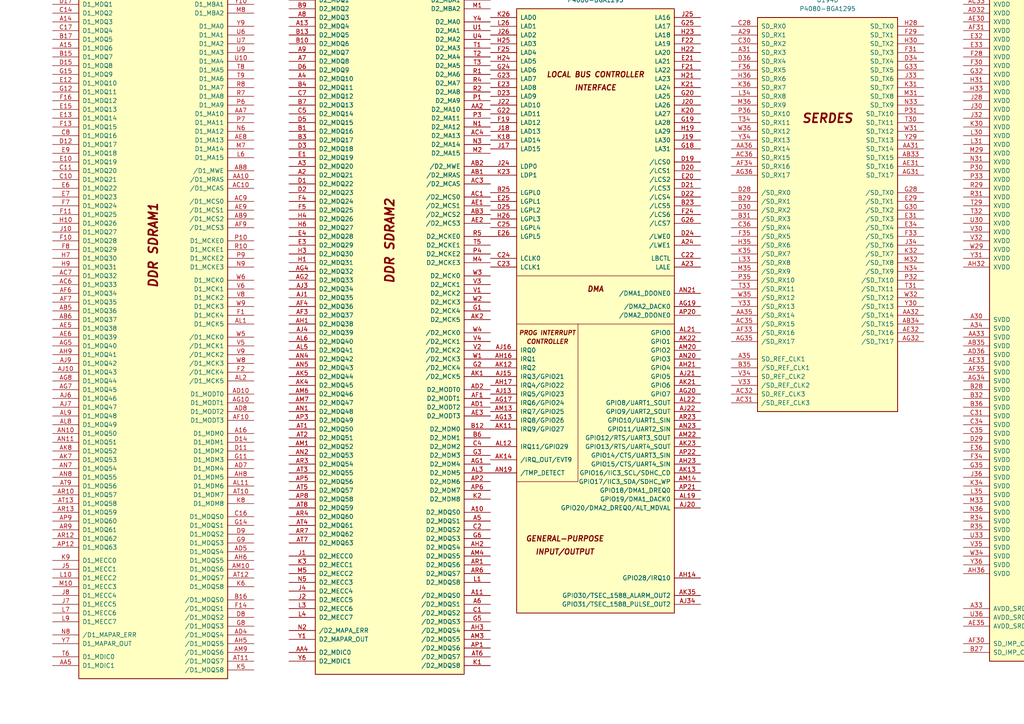
<source format=kicad_sch>
(kicad_sch (version 20250114) (generator "eeschema") (generator_version "9.0")
  (paper "A4")
  (lib_symbols
    (symbol "CPU:P4080-BGA1295" (pin_names (offset 1.016))
      (property "Reference" "U" (at 1.27 19.05 0))
      (property "Value" "P4080-BGA1295" (at 1.27 16.51 0))
      (symbol "P4080-BGA1295_1_1"
        (text "DDR SDRAM1" (at 1.27 26.67 900) (effects (font (size 2.54 2.54) (bold yes) (italic yes))))
        (pin bidirectional line (at -27.94 99.06 0) (length 7.62) (name "D1_MDQ0") (number "A17"))
        (pin bidirectional line (at -27.94 96.52 0) (length 7.62) (name "D1_MDQ1") (number "D17"))
        (pin bidirectional line (at -27.94 93.98 0) (length 7.62) (name "D1_MDQ2") (number "C14"))
        (pin bidirectional line (at -27.94 91.44 0) (length 7.62) (name "D1_MDQ3") (number "A14"))
        (pin bidirectional line (at -27.94 88.9 0) (length 7.62) (name "D1_MDQ4") (number "C17"))
        (pin bidirectional line (at -27.94 86.36 0) (length 7.62) (name "D1_MDQ5") (number "B17"))
        (pin bidirectional line (at -27.94 83.82 0) (length 7.62) (name "D1_MDQ6") (number "A15"))
        (pin bidirectional line (at -27.94 81.28 0) (length 7.62) (name "D1_MDQ7") (number "B15"))
        (pin bidirectional line (at -27.94 78.74 0) (length 7.62) (name "D1_MDQ8") (number "D15"))
        (pin bidirectional line (at -27.94 76.2 0) (length 7.62) (name "D1_MDQ9") (number "G15"))
        (pin bidirectional line (at -27.94 73.66 0) (length 7.62) (name "D1_MDQ10") (number "E12"))
        (pin bidirectional line (at -27.94 71.12 0) (length 7.62) (name "D1_MDQ11") (number "G12"))
        (pin bidirectional line (at -27.94 68.58 0) (length 7.62) (name "D1_MDQ12") (number "F16"))
        (pin bidirectional line (at -27.94 66.04 0) (length 7.62) (name "D1_MDQ13") (number "E15"))
        (pin bidirectional line (at -27.94 63.5 0) (length 7.62) (name "D1_MDQ14") (number "E13"))
        (pin bidirectional line (at -27.94 60.96 0) (length 7.62) (name "D1_MDQ15") (number "F13"))
        (pin bidirectional line (at -27.94 58.42 0) (length 7.62) (name "D1_MDQ16") (number "C8"))
        (pin bidirectional line (at -27.94 55.88 0) (length 7.62) (name "D1_MDQ17") (number "D12"))
        (pin bidirectional line (at -27.94 53.34 0) (length 7.62) (name "D1_MDQ18") (number "E9"))
        (pin bidirectional line (at -27.94 50.8 0) (length 7.62) (name "D1_MDQ19") (number "E10"))
        (pin bidirectional line (at -27.94 48.26 0) (length 7.62) (name "D1_MDQ20") (number "C11"))
        (pin bidirectional line (at -27.94 45.72 0) (length 7.62) (name "D1_MDQ21") (number "C10"))
        (pin bidirectional line (at -27.94 43.18 0) (length 7.62) (name "D1_MDQ22") (number "E6"))
        (pin bidirectional line (at -27.94 40.64 0) (length 7.62) (name "D1_MDQ23") (number "E7"))
        (pin bidirectional line (at -27.94 38.1 0) (length 7.62) (name "D1_MDQ24") (number "F7"))
        (pin bidirectional line (at -27.94 35.56 0) (length 7.62) (name "D1_MDQ25") (number "F11"))
        (pin bidirectional line (at -27.94 33.02 0) (length 7.62) (name "D1_MDQ26") (number "H10"))
        (pin bidirectional line (at -27.94 30.48 0) (length 7.62) (name "D1_MDQ27") (number "J10"))
        (pin bidirectional line (at -27.94 27.94 0) (length 7.62) (name "D1_MDQ28") (number "F10"))
        (pin bidirectional line (at -27.94 25.4 0) (length 7.62) (name "D1_MDQ29") (number "F8"))
        (pin bidirectional line (at -27.94 22.86 0) (length 7.62) (name "D1_MDQ30") (number "H7"))
        (pin bidirectional line (at -27.94 20.32 0) (length 7.62) (name "D1_MDQ31") (number "H9"))
        (pin bidirectional line (at -27.94 17.78 0) (length 7.62) (name "D1_MDQ32") (number "AC7"))
        (pin bidirectional line (at -27.94 15.24 0) (length 7.62) (name "D1_MDQ33") (number "AC6"))
        (pin bidirectional line (at -27.94 12.7 0) (length 7.62) (name "D1_MDQ34") (number "AF6"))
        (pin bidirectional line (at -27.94 10.16 0) (length 7.62) (name "D1_MDQ35") (number "AF7"))
        (pin bidirectional line (at -27.94 7.62 0) (length 7.62) (name "D1_MDQ36") (number "AB5"))
        (pin bidirectional line (at -27.94 5.08 0) (length 7.62) (name "D1_MDQ37") (number "AB6"))
        (pin bidirectional line (at -27.94 2.54 0) (length 7.62) (name "D1_MDQ38") (number "AE5"))
        (pin bidirectional line (at -27.94 0 0) (length 7.62) (name "D1_MDQ39") (number "AE6"))
        (pin bidirectional line (at -27.94 -2.54 0) (length 7.62) (name "D1_MDQ40") (number "AG5"))
        (pin bidirectional line (at -27.94 -5.08 0) (length 7.62) (name "D1_MDQ41") (number "AH9"))
        (pin bidirectional line (at -27.94 -7.62 0) (length 7.62) (name "D1_MDQ42") (number "AJ9"))
        (pin bidirectional line (at -27.94 -10.16 0) (length 7.62) (name "D1_MDQ43") (number "AJ10"))
        (pin bidirectional line (at -27.94 -12.7 0) (length 7.62) (name "D1_MDQ44") (number "AG8"))
        (pin bidirectional line (at -27.94 -15.24 0) (length 7.62) (name "D1_MDQ45") (number "AG7"))
        (pin bidirectional line (at -27.94 -17.78 0) (length 7.62) (name "D1_MDQ46") (number "AJ6"))
        (pin bidirectional line (at -27.94 -20.32 0) (length 7.62) (name "D1_MDQ47") (number "AJ7"))
        (pin bidirectional line (at -27.94 -22.86 0) (length 7.62) (name "D1_MDQ48") (number "AL9"))
        (pin bidirectional line (at -27.94 -25.4 0) (length 7.62) (name "D1_MDQ49") (number "AL8"))
        (pin bidirectional line (at -27.94 -27.94 0) (length 7.62) (name "D1_MDQ50") (number "AN10"))
        (pin bidirectional line (at -27.94 -30.48 0) (length 7.62) (name "D1_MDQ51") (number "AN11"))
        (pin bidirectional line (at -27.94 -33.02 0) (length 7.62) (name "D1_MDQ52") (number "AK8"))
        (pin bidirectional line (at -27.94 -35.56 0) (length 7.62) (name "D1_MDQ53") (number "AK7"))
        (pin bidirectional line (at -27.94 -38.1 0) (length 7.62) (name "D1_MDQ54") (number "AN7"))
        (pin bidirectional line (at -27.94 -40.64 0) (length 7.62) (name "D1_MDQ55") (number "AN8"))
        (pin bidirectional line (at -27.94 -43.18 0) (length 7.62) (name "D1_MDQ56") (number "AT9"))
        (pin bidirectional line (at -27.94 -45.72 0) (length 7.62) (name "D1_MDQ57") (number "AR10"))
        (pin bidirectional line (at -27.94 -48.26 0) (length 7.62) (name "D1_MDQ58") (number "AT13"))
        (pin bidirectional line (at -27.94 -50.8 0) (length 7.62) (name "D1_MDQ59") (number "AR13"))
        (pin bidirectional line (at -27.94 -53.34 0) (length 7.62) (name "D1_MDQ60") (number "AP9"))
        (pin bidirectional line (at -27.94 -55.88 0) (length 7.62) (name "D1_MDQ61") (number "AR9"))
        (pin bidirectional line (at -27.94 -58.42 0) (length 7.62) (name "D1_MDQ62") (number "AR12"))
        (pin bidirectional line (at -27.94 -60.96 0) (length 7.62) (name "D1_MDQ63") (number "AP12"))
        (pin bidirectional line (at -27.94 -64.77 0) (length 7.62) (name "D1_MECC0") (number "K9"))
        (pin bidirectional line (at -27.94 -67.31 0) (length 7.62) (name "D1_MECC1") (number "J5"))
        (pin bidirectional line (at -27.94 -69.85 0) (length 7.62) (name "D1_MECC2") (number "L10"))
        (pin bidirectional line (at -27.94 -72.39 0) (length 7.62) (name "D1_MECC3") (number "M10"))
        (pin bidirectional line (at -27.94 -74.93 0) (length 7.62) (name "D1_MECC4") (number "J8"))
        (pin bidirectional line (at -27.94 -77.47 0) (length 7.62) (name "D1_MECC5") (number "J7"))
        (pin bidirectional line (at -27.94 -80.01 0) (length 7.62) (name "D1_MECC6") (number "L7"))
        (pin bidirectional line (at -27.94 -82.55 0) (length 7.62) (name "D1_MECC7") (number "L9"))
        (pin input line (at -27.94 -86.36 0) (length 7.62) (name "/D1_MAPAR_ERR") (number "N8"))
        (pin output line (at -27.94 -88.9 0) (length 7.62) (name "D1_MAPAR_OUT") (number "Y7"))
        (pin bidirectional line (at -27.94 -92.71 0) (length 7.62) (name "D1_MDIC0") (number "T6"))
        (pin bidirectional line (at -27.94 -95.25 0) (length 7.62) (name "D1_MDIC1") (number "AA5"))
        (pin output line (at 30.48 99.06 180) (length 7.62) (name "D1_MBA0") (number "AA8"))
        (pin output line (at 30.48 96.52 180) (length 7.62) (name "D1_MBA1") (number "Y10"))
        (pin output line (at 30.48 93.98 180) (length 7.62) (name "D1_MBA2") (number "M8"))
        (pin output line (at 30.48 90.17 180) (length 7.62) (name "D1_MA0") (number "Y9"))
        (pin output line (at 30.48 87.63 180) (length 7.62) (name "D1_MA1") (number "U6"))
        (pin output line (at 30.48 85.09 180) (length 7.62) (name "D1_MA2") (number "U7"))
        (pin output line (at 30.48 82.55 180) (length 7.62) (name "D1_MA3") (number "U9"))
        (pin output line (at 30.48 80.01 180) (length 7.62) (name "D1_MA4") (number "U10"))
        (pin output line (at 30.48 77.47 180) (length 7.62) (name "D1_MA5") (number "T8"))
        (pin output line (at 30.48 74.93 180) (length 7.62) (name "D1_MA6") (number "T9"))
        (pin output line (at 30.48 72.39 180) (length 7.62) (name "D1_MA7") (number "R8"))
        (pin output line (at 30.48 69.85 180) (length 7.62) (name "D1_MA8") (number "R7"))
        (pin output line (at 30.48 67.31 180) (length 7.62) (name "D1_MA9") (number "P6"))
        (pin output line (at 30.48 64.77 180) (length 7.62) (name "D1_MA10") (number "AA7"))
        (pin output line (at 30.48 62.23 180) (length 7.62) (name "D1_MA11") (number "P7"))
        (pin output line (at 30.48 59.69 180) (length 7.62) (name "D1_MA12") (number "N6"))
        (pin output line (at 30.48 57.15 180) (length 7.62) (name "D1_MA13") (number "AE8"))
        (pin output line (at 30.48 54.61 180) (length 7.62) (name "D1_MA14") (number "M7"))
        (pin output line (at 30.48 52.07 180) (length 7.62) (name "D1_MA15") (number "L6"))
        (pin output line (at 30.48 48.26 180) (length 7.62) (name "/D1_MWE") (number "AB8"))
        (pin output line (at 30.48 45.72 180) (length 7.62) (name "/D1_MRAS") (number "AA10"))
        (pin output line (at 30.48 43.18 180) (length 7.62) (name "/D1_MCAS") (number "AC10"))
        (pin output line (at 30.48 39.37 180) (length 7.62) (name "/D1_MCS0") (number "AC9"))
        (pin output line (at 30.48 36.83 180) (length 7.62) (name "/D1_MCS1") (number "AE9"))
        (pin output line (at 30.48 34.29 180) (length 7.62) (name "/D1_MCS2") (number "AB9"))
        (pin output line (at 30.48 31.75 180) (length 7.62) (name "/D1_MCS3") (number "AF9"))
        (pin output line (at 30.48 27.94 180) (length 7.62) (name "D1_MCKE0") (number "P10"))
        (pin output line (at 30.48 25.4 180) (length 7.62) (name "D1_MCKE1") (number "R10"))
        (pin output line (at 30.48 22.86 180) (length 7.62) (name "D1_MCKE2") (number "P9"))
        (pin output line (at 30.48 20.32 180) (length 7.62) (name "D1_MCKE3") (number "N9"))
        (pin output line (at 30.48 16.51 180) (length 7.62) (name "D1_MCK0") (number "W6"))
        (pin output line (at 30.48 13.97 180) (length 7.62) (name "D1_MCK1") (number "V6"))
        (pin output line (at 30.48 11.43 180) (length 7.62) (name "D1_MCK2") (number "V8"))
        (pin output line (at 30.48 8.89 180) (length 7.62) (name "D1_MCK3") (number "W9"))
        (pin output line (at 30.48 6.35 180) (length 7.62) (name "D1_MCK4") (number "F1"))
        (pin output line (at 30.48 3.81 180) (length 7.62) (name "D1_MCK5") (number "AL1"))
        (pin output line (at 30.48 0 180) (length 7.62) (name "/D1_MCK0") (number "W5"))
        (pin output line (at 30.48 -2.54 180) (length 7.62) (name "/D1_MCK1") (number "V5"))
        (pin output line (at 30.48 -5.08 180) (length 7.62) (name "/D1_MCK2") (number "V9"))
        (pin output line (at 30.48 -7.62 180) (length 7.62) (name "/D1_MCK3") (number "W8"))
        (pin output line (at 30.48 -10.16 180) (length 7.62) (name "/D1_MCK4") (number "F2"))
        (pin output line (at 30.48 -12.7 180) (length 7.62) (name "/D1_MCK5") (number "AL2"))
        (pin output line (at 30.48 -16.51 180) (length 7.62) (name "D1_MODT0") (number "AD10"))
        (pin output line (at 30.48 -19.05 180) (length 7.62) (name "D1_MODT1") (number "AG10"))
        (pin output line (at 30.48 -21.59 180) (length 7.62) (name "D1_MODT2") (number "AD8"))
        (pin output line (at 30.48 -24.13 180) (length 7.62) (name "D1_MODT3") (number "AF10"))
        (pin output line (at 30.48 -27.94 180) (length 7.62) (name "D1_MDM0") (number "A16"))
        (pin output line (at 30.48 -30.48 180) (length 7.62) (name "D1_MDM1") (number "D14"))
        (pin output line (at 30.48 -33.02 180) (length 7.62) (name "D1_MDM2") (number "D11"))
        (pin output line (at 30.48 -35.56 180) (length 7.62) (name "D1_MDM3") (number "G11"))
        (pin output line (at 30.48 -38.1 180) (length 7.62) (name "D1_MDM4") (number "AD7"))
        (pin output line (at 30.48 -40.64 180) (length 7.62) (name "D1_MDM5") (number "AH8"))
        (pin output line (at 30.48 -43.18 180) (length 7.62) (name "D1_MDM6") (number "AL11"))
        (pin output line (at 30.48 -45.72 180) (length 7.62) (name "D1_MDM7") (number "AT10"))
        (pin output line (at 30.48 -48.26 180) (length 7.62) (name "D1_MDM8") (number "K8"))
        (pin bidirectional line (at 30.48 -52.07 180) (length 7.62) (name "D1_MDQS0") (number "C16"))
        (pin bidirectional line (at 30.48 -54.61 180) (length 7.62) (name "D1_MDQS1") (number "G14"))
        (pin bidirectional line (at 30.48 -57.15 180) (length 7.62) (name "D1_MDQS2") (number "D9"))
        (pin bidirectional line (at 30.48 -59.69 180) (length 7.62) (name "D1_MDQS3") (number "G9"))
        (pin bidirectional line (at 30.48 -62.23 180) (length 7.62) (name "D1_MDQS4") (number "AD5"))
        (pin bidirectional line (at 30.48 -64.77 180) (length 7.62) (name "D1_MDQS5") (number "AH6"))
        (pin bidirectional line (at 30.48 -67.31 180) (length 7.62) (name "D1_MDQS6") (number "AM10"))
        (pin bidirectional line (at 30.48 -69.85 180) (length 7.62) (name "D1_MDQS7") (number "AT12"))
        (pin bidirectional line (at 30.48 -72.39 180) (length 7.62) (name "D1_MDQS8") (number "K6"))
        (pin bidirectional line (at 30.48 -76.2 180) (length 7.62) (name "/D1_MDQS0") (number "B16"))
        (pin bidirectional line (at 30.48 -78.74 180) (length 7.62) (name "/D1_MDQS1") (number "F14"))
        (pin bidirectional line (at 30.48 -81.28 180) (length 7.62) (name "/D1_MDQS2") (number "D8"))
        (pin bidirectional line (at 30.48 -83.82 180) (length 7.62) (name "/D1_MDQS3") (number "G8"))
        (pin bidirectional line (at 30.48 -86.36 180) (length 7.62) (name "/D1_MDQS4") (number "AD4"))
        (pin bidirectional line (at 30.48 -88.9 180) (length 7.62) (name "/D1_MDQS5") (number "AH5"))
        (pin bidirectional line (at 30.48 -91.44 180) (length 7.62) (name "/D1_MDQS6") (number "AM9"))
        (pin bidirectional line (at 30.48 -93.98 180) (length 7.62) (name "/D1_MDQS7") (number "AT11"))
        (pin bidirectional line (at 30.48 -96.52 180) (length 7.62) (name "/D1_MDQS8") (number "K5"))
      )
      (symbol "P4080-BGA1295_2_1"
        (text "DDR SDRAM2" (at 1.27 26.67 900) (effects (font (size 2.54 2.54) (bold yes) (italic yes))))
        (pin bidirectional line (at -27.94 99.06 0) (length 7.62) (name "D2_MDQ0") (number "C13"))
        (pin bidirectional line (at -27.94 96.52 0) (length 7.62) (name "D2_MDQ1") (number "A12"))
        (pin bidirectional line (at -27.94 93.98 0) (length 7.62) (name "D2_MDQ2") (number "B9"))
        (pin bidirectional line (at -27.94 91.44 0) (length 7.62) (name "D2_MDQ3") (number "A8"))
        (pin bidirectional line (at -27.94 88.9 0) (length 7.62) (name "D2_MDQ4") (number "A13"))
        (pin bidirectional line (at -27.94 86.36 0) (length 7.62) (name "D2_MDQ5") (number "B13"))
        (pin bidirectional line (at -27.94 83.82 0) (length 7.62) (name "D2_MDQ6") (number "B10"))
        (pin bidirectional line (at -27.94 81.28 0) (length 7.62) (name "D2_MDQ7") (number "A9"))
        (pin bidirectional line (at -27.94 78.74 0) (length 7.62) (name "D2_MDQ8") (number "A7"))
        (pin bidirectional line (at -27.94 76.2 0) (length 7.62) (name "D2_MDQ9") (number "D6"))
        (pin bidirectional line (at -27.94 73.66 0) (length 7.62) (name "D2_MDQ10") (number "A4"))
        (pin bidirectional line (at -27.94 71.12 0) (length 7.62) (name "D2_MDQ11") (number "B4"))
        (pin bidirectional line (at -27.94 68.58 0) (length 7.62) (name "D2_MDQ12") (number "C7"))
        (pin bidirectional line (at -27.94 66.04 0) (length 7.62) (name "D2_MDQ13") (number "B7"))
        (pin bidirectional line (at -27.94 63.5 0) (length 7.62) (name "D2_MDQ14") (number "C5"))
        (pin bidirectional line (at -27.94 60.96 0) (length 7.62) (name "D2_MDQ15") (number "D5"))
        (pin bidirectional line (at -27.94 58.42 0) (length 7.62) (name "D2_MDQ16") (number "B1"))
        (pin bidirectional line (at -27.94 55.88 0) (length 7.62) (name "D2_MDQ17") (number "B3"))
        (pin bidirectional line (at -27.94 53.34 0) (length 7.62) (name "D2_MDQ18") (number "D3"))
        (pin bidirectional line (at -27.94 50.8 0) (length 7.62) (name "D2_MDQ19") (number "E1"))
        (pin bidirectional line (at -27.94 48.26 0) (length 7.62) (name "D2_MDQ20") (number "A3"))
        (pin bidirectional line (at -27.94 45.72 0) (length 7.62) (name "D2_MDQ21") (number "A2"))
        (pin bidirectional line (at -27.94 43.18 0) (length 7.62) (name "D2_MDQ22") (number "D1"))
        (pin bidirectional line (at -27.94 40.64 0) (length 7.62) (name "D2_MDQ23") (number "D2"))
        (pin bidirectional line (at -27.94 38.1 0) (length 7.62) (name "D2_MDQ24") (number "F4"))
        (pin bidirectional line (at -27.94 35.56 0) (length 7.62) (name "D2_MDQ25") (number "F5"))
        (pin bidirectional line (at -27.94 33.02 0) (length 7.62) (name "D2_MDQ26") (number "H4"))
        (pin bidirectional line (at -27.94 30.48 0) (length 7.62) (name "D2_MDQ27") (number "H6"))
        (pin bidirectional line (at -27.94 27.94 0) (length 7.62) (name "D2_MDQ28") (number "E4"))
        (pin bidirectional line (at -27.94 25.4 0) (length 7.62) (name "D2_MDQ29") (number "E3"))
        (pin bidirectional line (at -27.94 22.86 0) (length 7.62) (name "D2_MDQ30") (number "H3"))
        (pin bidirectional line (at -27.94 20.32 0) (length 7.62) (name "D2_MDQ31") (number "H1"))
        (pin bidirectional line (at -27.94 17.78 0) (length 7.62) (name "D2_MDQ32") (number "AG4"))
        (pin bidirectional line (at -27.94 15.24 0) (length 7.62) (name "D2_MDQ33") (number "AG2"))
        (pin bidirectional line (at -27.94 12.7 0) (length 7.62) (name "D2_MDQ34") (number "AJ3"))
        (pin bidirectional line (at -27.94 10.16 0) (length 7.62) (name "D2_MDQ35") (number "AJ1"))
        (pin bidirectional line (at -27.94 7.62 0) (length 7.62) (name "D2_MDQ36") (number "AF4"))
        (pin bidirectional line (at -27.94 5.08 0) (length 7.62) (name "D2_MDQ37") (number "AF3"))
        (pin bidirectional line (at -27.94 2.54 0) (length 7.62) (name "D2_MDQ38") (number "AH1"))
        (pin bidirectional line (at -27.94 0 0) (length 7.62) (name "D2_MDQ39") (number "AJ4"))
        (pin bidirectional line (at -27.94 -2.54 0) (length 7.62) (name "D2_MDQ40") (number "AL6"))
        (pin bidirectional line (at -27.94 -5.08 0) (length 7.62) (name "D2_MDQ41") (number "AL5"))
        (pin bidirectional line (at -27.94 -7.62 0) (length 7.62) (name "D2_MDQ42") (number "AN4"))
        (pin bidirectional line (at -27.94 -10.16 0) (length 7.62) (name "D2_MDQ43") (number "AN5"))
        (pin bidirectional line (at -27.94 -12.7 0) (length 7.62) (name "D2_MDQ44") (number "AK5"))
        (pin bidirectional line (at -27.94 -15.24 0) (length 7.62) (name "D2_MDQ45") (number "AK4"))
        (pin bidirectional line (at -27.94 -17.78 0) (length 7.62) (name "D2_MDQ46") (number "AM6"))
        (pin bidirectional line (at -27.94 -20.32 0) (length 7.62) (name "D2_MDQ47") (number "AM7"))
        (pin bidirectional line (at -27.94 -22.86 0) (length 7.62) (name "D2_MDQ48") (number "AN1"))
        (pin bidirectional line (at -27.94 -25.4 0) (length 7.62) (name "D2_MDQ49") (number "AP3"))
        (pin bidirectional line (at -27.94 -27.94 0) (length 7.62) (name "D2_MDQ50") (number "AT1"))
        (pin bidirectional line (at -27.94 -30.48 0) (length 7.62) (name "D2_MDQ51") (number "AT2"))
        (pin bidirectional line (at -27.94 -33.02 0) (length 7.62) (name "D2_MDQ52") (number "AM1"))
        (pin bidirectional line (at -27.94 -35.56 0) (length 7.62) (name "D2_MDQ53") (number "AN2"))
        (pin bidirectional line (at -27.94 -38.1 0) (length 7.62) (name "D2_MDQ54") (number "AR3"))
        (pin bidirectional line (at -27.94 -40.64 0) (length 7.62) (name "D2_MDQ55") (number "AT3"))
        (pin bidirectional line (at -27.94 -43.18 0) (length 7.62) (name "D2_MDQ56") (number "AP5"))
        (pin bidirectional line (at -27.94 -45.72 0) (length 7.62) (name "D2_MDQ57") (number "AT5"))
        (pin bidirectional line (at -27.94 -48.26 0) (length 7.62) (name "D2_MDQ58") (number "AP8"))
        (pin bidirectional line (at -27.94 -50.8 0) (length 7.62) (name "D2_MDQ59") (number "AT8"))
        (pin bidirectional line (at -27.94 -53.34 0) (length 7.62) (name "D2_MDQ60") (number "AR4"))
        (pin bidirectional line (at -27.94 -55.88 0) (length 7.62) (name "D2_MDQ61") (number "AT4"))
        (pin bidirectional line (at -27.94 -58.42 0) (length 7.62) (name "D2_MDQ62") (number "AR7"))
        (pin bidirectional line (at -27.94 -60.96 0) (length 7.62) (name "D2_MDQ63") (number "AT7"))
        (pin bidirectional line (at -27.94 -64.77 0) (length 7.62) (name "D2_MECC0") (number "J1"))
        (pin bidirectional line (at -27.94 -67.31 0) (length 7.62) (name "D2_MECC1") (number "K3"))
        (pin bidirectional line (at -27.94 -69.85 0) (length 7.62) (name "D2_MECC2") (number "M5"))
        (pin bidirectional line (at -27.94 -72.39 0) (length 7.62) (name "D2_MECC3") (number "N5"))
        (pin bidirectional line (at -27.94 -74.93 0) (length 7.62) (name "D2_MECC4") (number "J4"))
        (pin bidirectional line (at -27.94 -77.47 0) (length 7.62) (name "D2_MECC5") (number "J2"))
        (pin bidirectional line (at -27.94 -80.01 0) (length 7.62) (name "D2_MECC6") (number "L3"))
        (pin bidirectional line (at -27.94 -82.55 0) (length 7.62) (name "D2_MECC7") (number "L4"))
        (pin input line (at -27.94 -86.36 0) (length 7.62) (name "/D2_MAPA_ERR") (number "N2"))
        (pin output line (at -27.94 -88.9 0) (length 7.62) (name "D2_MAPAR_OUT") (number "Y1"))
        (pin bidirectional line (at -27.94 -92.71 0) (length 7.62) (name "D2_MDIC0") (number "AA4"))
        (pin bidirectional line (at -27.94 -95.25 0) (length 7.62) (name "D2_MDIC1") (number "Y6"))
        (pin output line (at 30.48 99.06 180) (length 7.62) (name "D2_MBA0") (number "AA3"))
        (pin output line (at 30.48 96.52 180) (length 7.62) (name "D2_MBA1") (number "AA1"))
        (pin output line (at 30.48 93.98 180) (length 7.62) (name "D2_MBA2") (number "M1"))
        (pin output line (at 30.48 90.17 180) (length 7.62) (name "D2_MA0") (number "Y4"))
        (pin output line (at 30.48 87.63 180) (length 7.62) (name "D2_MA1") (number "U1"))
        (pin output line (at 30.48 85.09 180) (length 7.62) (name "D2_MA2") (number "U4"))
        (pin output line (at 30.48 82.55 180) (length 7.62) (name "D2_MA3") (number "T1"))
        (pin output line (at 30.48 80.01 180) (length 7.62) (name "D2_MA4") (number "T2"))
        (pin output line (at 30.48 77.47 180) (length 7.62) (name "D2_MA5") (number "T3"))
        (pin output line (at 30.48 74.93 180) (length 7.62) (name "D2_MA6") (number "R1"))
        (pin output line (at 30.48 72.39 180) (length 7.62) (name "D2_MA7") (number "R4"))
        (pin output line (at 30.48 69.85 180) (length 7.62) (name "D2_MA8") (number "R2"))
        (pin output line (at 30.48 67.31 180) (length 7.62) (name "D2_MA9") (number "P1"))
        (pin output line (at 30.48 64.77 180) (length 7.62) (name "D2_MA10") (number "AA2"))
        (pin output line (at 30.48 62.23 180) (length 7.62) (name "D2_MA11") (number "P3"))
        (pin output line (at 30.48 59.69 180) (length 7.62) (name "D2_MA12") (number "N1"))
        (pin output line (at 30.48 57.15 180) (length 7.62) (name "D2_MA13") (number "AC4"))
        (pin output line (at 30.48 54.61 180) (length 7.62) (name "D2_MA14") (number "N3"))
        (pin output line (at 30.48 52.07 180) (length 7.62) (name "D2_MA15") (number "M2"))
        (pin output line (at 30.48 48.26 180) (length 7.62) (name "/D2_MWE") (number "AB2"))
        (pin output line (at 30.48 45.72 180) (length 7.62) (name "/D2_MRAS") (number "AB1"))
        (pin output line (at 30.48 43.18 180) (length 7.62) (name "/D2_MCAS") (number "AC3"))
        (pin output line (at 30.48 39.37 180) (length 7.62) (name "/D2_MCS0") (number "AC1"))
        (pin output line (at 30.48 36.83 180) (length 7.62) (name "/D2_MCS1") (number "AE1"))
        (pin output line (at 30.48 34.29 180) (length 7.62) (name "/D2_MCS2") (number "AB3"))
        (pin output line (at 30.48 31.75 180) (length 7.62) (name "/D2_MCS3") (number "AE2"))
        (pin output line (at 30.48 27.94 180) (length 7.62) (name "D2_MCKE0") (number "R5"))
        (pin output line (at 30.48 25.4 180) (length 7.62) (name "D2_MCKE1") (number "T5"))
        (pin output line (at 30.48 22.86 180) (length 7.62) (name "D2_MCKE2") (number "P4"))
        (pin output line (at 30.48 20.32 180) (length 7.62) (name "D2_MCKE3") (number "M4"))
        (pin output line (at 30.48 16.51 180) (length 7.62) (name "D2_MCK0") (number "W3"))
        (pin output line (at 30.48 13.97 180) (length 7.62) (name "D2_MCK1") (number "V3"))
        (pin output line (at 30.48 11.43 180) (length 7.62) (name "D2_MCK2") (number "V1"))
        (pin output line (at 30.48 8.89 180) (length 7.62) (name "D2_MCK3") (number "W2"))
        (pin output line (at 30.48 6.35 180) (length 7.62) (name "D2_MCK4") (number "G1"))
        (pin output line (at 30.48 3.81 180) (length 7.62) (name "D2_MCK5") (number "AK2"))
        (pin output line (at 30.48 0 180) (length 7.62) (name "/D2_MCK0") (number "W4"))
        (pin output line (at 30.48 -2.54 180) (length 7.62) (name "/D2_MCK1") (number "V4"))
        (pin output line (at 30.48 -5.08 180) (length 7.62) (name "/D2_MCK2") (number "V2"))
        (pin output line (at 30.48 -7.62 180) (length 7.62) (name "/D2_MCK3") (number "W1"))
        (pin output line (at 30.48 -10.16 180) (length 7.62) (name "/D2_MCK4") (number "G2"))
        (pin output line (at 30.48 -12.7 180) (length 7.62) (name "/D2_MCK5") (number "AK1"))
        (pin output line (at 30.48 -16.51 180) (length 7.62) (name "D2_MODT0") (number "AD2"))
        (pin output line (at 30.48 -19.05 180) (length 7.62) (name "D2_MODT1") (number "AF1"))
        (pin output line (at 30.48 -21.59 180) (length 7.62) (name "D2_MODT2") (number "AD1"))
        (pin output line (at 30.48 -24.13 180) (length 7.62) (name "D2_MODT3") (number "AE3"))
        (pin output line (at 30.48 -27.94 180) (length 7.62) (name "D2_MDM0") (number "B12"))
        (pin output line (at 30.48 -30.48 180) (length 7.62) (name "D2_MDM1") (number "B6"))
        (pin output line (at 30.48 -33.02 180) (length 7.62) (name "D2_MDM2") (number "C4"))
        (pin output line (at 30.48 -35.56 180) (length 7.62) (name "D2_MDM3") (number "G3"))
        (pin output line (at 30.48 -38.1 180) (length 7.62) (name "D2_MDM4") (number "AG1"))
        (pin output line (at 30.48 -40.64 180) (length 7.62) (name "D2_MDM5") (number "AL3"))
        (pin output line (at 30.48 -43.18 180) (length 7.62) (name "D2_MDM6") (number "AP2"))
        (pin output line (at 30.48 -45.72 180) (length 7.62) (name "D2_MDM7") (number "AP6"))
        (pin output line (at 30.48 -48.26 180) (length 7.62) (name "D2_MDM8") (number "K2"))
        (pin bidirectional line (at 30.48 -52.07 180) (length 7.62) (name "D2_MDQS0") (number "A10"))
        (pin bidirectional line (at 30.48 -54.61 180) (length 7.62) (name "D2_MDQS1") (number "A5"))
        (pin bidirectional line (at 30.48 -57.15 180) (length 7.62) (name "D2_MDQS2") (number "C2"))
        (pin bidirectional line (at 30.48 -59.69 180) (length 7.62) (name "D2_MDQS3") (number "G6"))
        (pin bidirectional line (at 30.48 -62.23 180) (length 7.62) (name "D2_MDQS4") (number "AH2"))
        (pin bidirectional line (at 30.48 -64.77 180) (length 7.62) (name "D2_MDQS5") (number "AM4"))
        (pin bidirectional line (at 30.48 -67.31 180) (length 7.62) (name "D2_MDQS6") (number "AR1"))
        (pin bidirectional line (at 30.48 -69.85 180) (length 7.62) (name "D2_MDQS7") (number "AR6"))
        (pin bidirectional line (at 30.48 -72.39 180) (length 7.62) (name "D2_MDQS8") (number "L1"))
        (pin bidirectional line (at 30.48 -76.2 180) (length 7.62) (name "/D2_MDQS0") (number "A11"))
        (pin bidirectional line (at 30.48 -78.74 180) (length 7.62) (name "/D2_MDQS1") (number "A6"))
        (pin bidirectional line (at 30.48 -81.28 180) (length 7.62) (name "/D2_MDQS2") (number "C1"))
        (pin bidirectional line (at 30.48 -83.82 180) (length 7.62) (name "/D2_MDQS3") (number "G5"))
        (pin bidirectional line (at 30.48 -86.36 180) (length 7.62) (name "/D2_MDQS4") (number "AH3"))
        (pin bidirectional line (at 30.48 -88.9 180) (length 7.62) (name "/D2_MDQS5") (number "AM3"))
        (pin bidirectional line (at 30.48 -91.44 180) (length 7.62) (name "/D2_MDQS6") (number "AP1"))
        (pin bidirectional line (at 30.48 -93.98 180) (length 7.62) (name "/D2_MDQS7") (number "AT6"))
        (pin bidirectional line (at 30.48 -96.52 180) (length 7.62) (name "/D2_MDQS8") (number "K1"))
      )
      (symbol "P4080-BGA1295_3_1"
        (text "PROG INTERRUPT" (at -13.97 -5.08 0) (effects (font (size 1.27 1.27) (bold yes) (italic yes))))
        (text "CONTROLLER" (at -13.97 -7.62 0) (effects (font (size 1.27 1.27) (bold yes) (italic yes))))
        (text "GENERAL-PURPOSE" (at -8.89 -64.77 0) (effects (font (size 1.524 1.524) (bold yes) (italic yes))))
        (text "INPUT/OUTPUT" (at -8.89 -68.58 0) (effects (font (size 1.524 1.524) (bold yes) (italic yes))))
        (text "LOCAL BUS CONTROLLER" (at 0 69.85 0) (effects (font (size 1.524 1.524) (bold yes) (italic yes))))
        (text "INTERFACE" (at 0 66.04 0) (effects (font (size 1.524 1.524) (bold yes) (italic yes))))
        (text "DMA" (at 0 7.62 0) (effects (font (size 1.524 1.524) (bold yes) (italic yes))))
        (pin bidirectional line (at -30.48 86.36 0) (length 7.62) (name "LAD0") (number "K26"))
        (pin bidirectional line (at -30.48 83.82 0) (length 7.62) (name "LAD1") (number "L26"))
        (pin bidirectional line (at -30.48 81.28 0) (length 7.62) (name "LAD2") (number "J26"))
        (pin bidirectional line (at -30.48 78.74 0) (length 7.62) (name "LAD3") (number "H25"))
        (pin bidirectional line (at -30.48 76.2 0) (length 7.62) (name "LAD4") (number "F25"))
        (pin bidirectional line (at -30.48 73.66 0) (length 7.62) (name "LAD5") (number "H24"))
        (pin bidirectional line (at -30.48 71.12 0) (length 7.62) (name "LAD6") (number "G24"))
        (pin bidirectional line (at -30.48 68.58 0) (length 7.62) (name "LAD7") (number "G23"))
        (pin bidirectional line (at -30.48 66.04 0) (length 7.62) (name "LAD8") (number "E23"))
        (pin bidirectional line (at -30.48 63.5 0) (length 7.62) (name "LAD9") (number "D23"))
        (pin bidirectional line (at -30.48 60.96 0) (length 7.62) (name "LAD10") (number "J22"))
        (pin bidirectional line (at -30.48 58.42 0) (length 7.62) (name "LAD11") (number "G22"))
        (pin bidirectional line (at -30.48 55.88 0) (length 7.62) (name "LAD12") (number "F19"))
        (pin bidirectional line (at -30.48 53.34 0) (length 7.62) (name "LAD13") (number "J18"))
        (pin bidirectional line (at -30.48 50.8 0) (length 7.62) (name "LAD14") (number "K18"))
        (pin bidirectional line (at -30.48 48.26 0) (length 7.62) (name "LAD15") (number "J17"))
        (pin bidirectional line (at -30.48 43.18 0) (length 7.62) (name "LDP0") (number "J24"))
        (pin bidirectional line (at -30.48 40.64 0) (length 7.62) (name "LDP1") (number "K23"))
        (pin output line (at -30.48 35.56 0) (length 7.62) (name "LGPL0") (number "B25"))
        (pin output line (at -30.48 33.02 0) (length 7.62) (name "LGPL1") (number "E25"))
        (pin output line (at -30.48 30.48 0) (length 7.62) (name "LGPL2") (number "D25"))
        (pin output line (at -30.48 27.94 0) (length 7.62) (name "LGPL3") (number "H26"))
        (pin bidirectional line (at -30.48 25.4 0) (length 7.62) (name "LGPL4") (number "C25"))
        (pin output line (at -30.48 22.86 0) (length 7.62) (name "LGPL5") (number "E26"))
        (pin output line (at -30.48 16.51 0) (length 7.62) (name "LCLK0") (number "C24"))
        (pin output line (at -30.48 13.97 0) (length 7.62) (name "LCLK1") (number "C23"))
        (pin input line (at -30.48 -10.16 0) (length 7.62) (name "IRQ0") (number "AJ16"))
        (pin input line (at -30.48 -12.7 0) (length 7.62) (name "IRQ1") (number "AH16"))
        (pin input line (at -30.48 -15.24 0) (length 7.62) (name "IRQ2") (number "AK12"))
        (pin input line (at -30.48 -17.78 0) (length 7.62) (name "IRQ3/GPIO21") (number "AJ15"))
        (pin input line (at -30.48 -20.32 0) (length 7.62) (name "IRQ4/GPIO22") (number "AH17"))
        (pin input line (at -30.48 -22.86 0) (length 7.62) (name "IRQ5/GPIO23") (number "AJ13"))
        (pin input line (at -30.48 -25.4 0) (length 7.62) (name "IRQ6/GPIO24") (number "AG17"))
        (pin input line (at -30.48 -27.94 0) (length 7.62) (name "IRQ7/GPIO25") (number "AM13"))
        (pin input line (at -30.48 -30.48 0) (length 7.62) (name "IRQ8/GPIO26") (number "AG13"))
        (pin input line (at -30.48 -33.02 0) (length 7.62) (name "IRQ9/GPIO27") (number "AK11"))
        (pin input line (at -30.48 -38.1 0) (length 7.62) (name "IRQ11/GPIO29") (number "AL12"))
        (pin output line (at -30.48 -41.91 0) (length 7.62) (name "/IRQ_OUT/EVT9") (number "AK14"))
        (pin input line (at -30.48 -45.72 0) (length 7.62) (name "/TMP_DETECT") (number "AN19"))
        (pin output line (at 30.48 86.36 180) (length 7.62) (name "LA16") (number "J25"))
        (pin output line (at 30.48 83.82 180) (length 7.62) (name "LA17") (number "G25"))
        (pin output line (at 30.48 81.28 180) (length 7.62) (name "LA18") (number "H23"))
        (pin output line (at 30.48 78.74 180) (length 7.62) (name "LA19") (number "F22"))
        (pin output line (at 30.48 76.2 180) (length 7.62) (name "LA20") (number "H22"))
        (pin output line (at 30.48 73.66 180) (length 7.62) (name "LA21") (number "E21"))
        (pin output line (at 30.48 71.12 180) (length 7.62) (name "LA22") (number "F21"))
        (pin output line (at 30.48 68.58 180) (length 7.62) (name "LA23") (number "H21"))
        (pin output line (at 30.48 66.04 180) (length 7.62) (name "LA24") (number "K21"))
        (pin output line (at 30.48 63.5 180) (length 7.62) (name "LA25") (number "G20"))
        (pin output line (at 30.48 60.96 180) (length 7.62) (name "LA26") (number "J20"))
        (pin output line (at 30.48 58.42 180) (length 7.62) (name "LA27") (number "K20"))
        (pin output line (at 30.48 55.88 180) (length 7.62) (name "LA28") (number "G19"))
        (pin output line (at 30.48 53.34 180) (length 7.62) (name "LA29") (number "H19"))
        (pin output line (at 30.48 50.8 180) (length 7.62) (name "LA30") (number "J19"))
        (pin output line (at 30.48 48.26 180) (length 7.62) (name "LA31") (number "G18"))
        (pin output line (at 30.48 44.45 180) (length 7.62) (name "/LCS0") (number "D19"))
        (pin output line (at 30.48 41.91 180) (length 7.62) (name "/LCS1") (number "D20"))
        (pin output line (at 30.48 39.37 180) (length 7.62) (name "/LCS2") (number "E20"))
        (pin output line (at 30.48 36.83 180) (length 7.62) (name "/LCS3") (number "D21"))
        (pin output line (at 30.48 34.29 180) (length 7.62) (name "/LCS4") (number "D22"))
        (pin output line (at 30.48 31.75 180) (length 7.62) (name "/LCS5") (number "B23"))
        (pin output line (at 30.48 29.21 180) (length 7.62) (name "/LCS6") (number "F24"))
        (pin output line (at 30.48 26.67 180) (length 7.62) (name "/LCS7") (number "G26"))
        (pin output line (at 30.48 22.86 180) (length 7.62) (name "/LWE0") (number "D24"))
        (pin output line (at 30.48 20.32 180) (length 7.62) (name "/LWE1") (number "A24"))
        (pin output line (at 30.48 16.51 180) (length 7.62) (name "LBCTL") (number "C22"))
        (pin bidirectional line (at 30.48 13.97 180) (length 7.62) (name "LALE") (number "A23"))
        (pin output line (at 30.48 6.35 180) (length 7.62) (name "/DMA1_DDONE0") (number "AN21"))
        (pin output line (at 30.48 2.54 180) (length 7.62) (name "/DMA2_DACK0") (number "AG19"))
        (pin output line (at 30.48 0 180) (length 7.62) (name "/DMA2_DDONE0") (number "AP20"))
        (pin bidirectional line (at 30.48 -5.08 180) (length 7.62) (name "GPIO0") (number "AL21"))
        (pin bidirectional line (at 30.48 -7.62 180) (length 7.62) (name "GPIO1") (number "AK22"))
        (pin bidirectional line (at 30.48 -10.16 180) (length 7.62) (name "GPIO2") (number "AM20"))
        (pin bidirectional line (at 30.48 -12.7 180) (length 7.62) (name "GPIO3") (number "AN20"))
        (pin bidirectional line (at 30.48 -15.24 180) (length 7.62) (name "GPIO4") (number "AH21"))
        (pin bidirectional line (at 30.48 -17.78 180) (length 7.62) (name "GPIO5") (number "AJ21"))
        (pin bidirectional line (at 30.48 -20.32 180) (length 7.62) (name "GPIO6") (number "AK21"))
        (pin bidirectional line (at 30.48 -22.86 180) (length 7.62) (name "GPIO7") (number "AG20"))
        (pin bidirectional line (at 30.48 -25.4 180) (length 7.62) (name "GPIO8/UART1_SOUT") (number "AL22"))
        (pin bidirectional line (at 30.48 -27.94 180) (length 7.62) (name "GPIO9/UART2_SOUT") (number "AJ22"))
        (pin bidirectional line (at 30.48 -30.48 180) (length 7.62) (name "GPIO10/UART1_SIN") (number "AR23"))
        (pin bidirectional line (at 30.48 -33.02 180) (length 7.62) (name "GPIO11/UART2_SIN") (number "AN23"))
        (pin bidirectional line (at 30.48 -35.56 180) (length 7.62) (name "GPIO12/RTS/UART3_SOUT") (number "AM22"))
        (pin bidirectional line (at 30.48 -38.1 180) (length 7.62) (name "GPIO13/RTS/UART4_SOUT") (number "AK23"))
        (pin bidirectional line (at 30.48 -40.64 180) (length 7.62) (name "GPIO14/CTS/UART3_SIN") (number "AP22"))
        (pin bidirectional line (at 30.48 -43.18 180) (length 7.62) (name "GPIO15/CTS/UART4_SIN") (number "AH23"))
        (pin bidirectional line (at 30.48 -45.72 180) (length 7.62) (name "GPIO16/IIC3_SCL/SDHC_CD") (number "AK13"))
        (pin bidirectional line (at 30.48 -48.26 180) (length 7.62) (name "GPIO17/IIC3_SDA/SDHC_WP") (number "AM14"))
        (pin bidirectional line (at 30.48 -50.8 180) (length 7.62) (name "GPIO18/DMA1_DREQ0") (number "AP21"))
        (pin bidirectional line (at 30.48 -53.34 180) (length 7.62) (name "GPIO19/DMA1_DACK0") (number "AL19"))
        (pin bidirectional line (at 30.48 -55.88 180) (length 7.62) (name "GPIO20/DMA2_DREQ0/ALT_MDVAL") (number "AJ20"))
        (pin bidirectional line (at 30.48 -76.2 180) (length 7.62) (name "GPIO28/IRQ10") (number "AH14"))
        (pin bidirectional line (at 30.48 -81.28 180) (length 7.62) (name "GPIO30/TSEC_1588_ALARM_OUT2") (number "AK35"))
        (pin bidirectional line (at 30.48 -83.82 180) (length 7.62) (name "GPIO31/TSEC_1588_PULSE_OUT2") (number "AJ34"))
      )
      (symbol "P4080-BGA1295_4_1"
        (text "SERDES" (at 0 29.21 0) (effects (font (size 2.54 2.54) (bold yes) (italic yes))))
        (pin input line (at -27.94 55.88 0) (length 7.62) (name "SD_RX0") (number "C28"))
        (pin input line (at -27.94 53.34 0) (length 7.62) (name "SD_RX1") (number "A29"))
        (pin input line (at -27.94 50.8 0) (length 7.62) (name "SD_RX2") (number "C30"))
        (pin input line (at -27.94 48.26 0) (length 7.62) (name "SD_RX3") (number "A31"))
        (pin input line (at -27.94 45.72 0) (length 7.62) (name "SD_RX4") (number "D36"))
        (pin input line (at -27.94 43.18 0) (length 7.62) (name "SD_RX5") (number "F36"))
        (pin input line (at -27.94 40.64 0) (length 7.62) (name "SD_RX6") (number "H36"))
        (pin input line (at -27.94 38.1 0) (length 7.62) (name "SD_RX7") (number "K36"))
        (pin input line (at -27.94 35.56 0) (length 7.62) (name "SD_RX8") (number "L34"))
        (pin input line (at -27.94 33.02 0) (length 7.62) (name "SD_RX9") (number "M36"))
        (pin input line (at -27.94 30.48 0) (length 7.62) (name "SD_RX10") (number "P36"))
        (pin input line (at -27.94 27.94 0) (length 7.62) (name "SD_RX11") (number "T34"))
        (pin input line (at -27.94 25.4 0) (length 7.62) (name "SD_RX12") (number "W36"))
        (pin input line (at -27.94 22.86 0) (length 7.62) (name "SD_RX13") (number "Y34"))
        (pin input line (at -27.94 20.32 0) (length 7.62) (name "SD_RX14") (number "AA36"))
        (pin input line (at -27.94 17.78 0) (length 7.62) (name "SD_RX15") (number "AC36"))
        (pin input line (at -27.94 15.24 0) (length 7.62) (name "SD_RX16") (number "AF34"))
        (pin input line (at -27.94 12.7 0) (length 7.62) (name "SD_RX17") (number "AG36"))
        (pin input line (at -27.94 7.62 0) (length 7.62) (name "/SD_RX0") (number "D28"))
        (pin input line (at -27.94 5.08 0) (length 7.62) (name "/SD_RX1") (number "B29"))
        (pin input line (at -27.94 2.54 0) (length 7.62) (name "/SD_RX2") (number "D30"))
        (pin input line (at -27.94 0 0) (length 7.62) (name "/SD_RX3") (number "B31"))
        (pin input line (at -27.94 -2.54 0) (length 7.62) (name "/SD_RX4") (number "C36"))
        (pin input line (at -27.94 -5.08 0) (length 7.62) (name "/SD_RX5") (number "F35"))
        (pin input line (at -27.94 -7.62 0) (length 7.62) (name "/SD_RX6") (number "H35"))
        (pin input line (at -27.94 -10.16 0) (length 7.62) (name "/SD_RX7") (number "K35"))
        (pin input line (at -27.94 -12.7 0) (length 7.62) (name "/SD_RX8") (number "L33"))
        (pin input line (at -27.94 -15.24 0) (length 7.62) (name "/SD_RX9") (number "M35"))
        (pin input line (at -27.94 -17.78 0) (length 7.62) (name "/SD_RX10") (number "P35"))
        (pin input line (at -27.94 -20.32 0) (length 7.62) (name "/SD_RX11") (number "T33"))
        (pin input line (at -27.94 -22.86 0) (length 7.62) (name "/SD_RX12") (number "W35"))
        (pin input line (at -27.94 -25.4 0) (length 7.62) (name "/SD_RX13") (number "Y33"))
        (pin input line (at -27.94 -27.94 0) (length 7.62) (name "/SD_RX14") (number "AA35"))
        (pin input line (at -27.94 -30.48 0) (length 7.62) (name "/SD_RX15") (number "AC35"))
        (pin input line (at -27.94 -33.02 0) (length 7.62) (name "/SD_RX16") (number "AF33"))
        (pin input line (at -27.94 -35.56 0) (length 7.62) (name "/SD_RX17") (number "AG35"))
        (pin input line (at -27.94 -40.64 0) (length 7.62) (name "SD_REF_CLK1") (number "A35"))
        (pin input line (at -27.94 -43.18 0) (length 7.62) (name "/SD_REF_CLK1") (number "B35"))
        (pin input line (at -27.94 -45.72 0) (length 7.62) (name "SD_REF_CLK2") (number "V34"))
        (pin input line (at -27.94 -48.26 0) (length 7.62) (name "/SD_REF_CLK2") (number "V33"))
        (pin input line (at -27.94 -50.8 0) (length 7.62) (name "SD_REF_CLK3") (number "AC32"))
        (pin input line (at -27.94 -53.34 0) (length 7.62) (name "/SD_REF_CLK3") (number "AC31"))
        (pin output line (at 27.94 55.88 180) (length 7.62) (name "SD_TX0") (number "H28"))
        (pin output line (at 27.94 53.34 180) (length 7.62) (name "SD_TX1") (number "F29"))
        (pin output line (at 27.94 50.8 180) (length 7.62) (name "SD_TX2") (number "H30"))
        (pin output line (at 27.94 48.26 180) (length 7.62) (name "SD_TX3") (number "F31"))
        (pin output line (at 27.94 45.72 180) (length 7.62) (name "SD_TX4") (number "D34"))
        (pin output line (at 27.94 43.18 180) (length 7.62) (name "SD_TX5") (number "G33"))
        (pin output line (at 27.94 40.64 180) (length 7.62) (name "SD_TX6") (number "J33"))
        (pin output line (at 27.94 38.1 180) (length 7.62) (name "SD_TX7") (number "K31"))
        (pin output line (at 27.94 35.56 180) (length 7.62) (name "SD_TX8") (number "M31"))
        (pin output line (at 27.94 33.02 180) (length 7.62) (name "SD_TX9") (number "N33"))
        (pin output line (at 27.94 30.48 180) (length 7.62) (name "SD_TX10") (number "P31"))
        (pin output line (at 27.94 27.94 180) (length 7.62) (name "SD_TX11") (number "T30"))
        (pin output line (at 27.94 25.4 180) (length 7.62) (name "SD_TX12") (number "W31"))
        (pin output line (at 27.94 22.86 180) (length 7.62) (name "SD_TX13") (number "Y29"))
        (pin output line (at 27.94 20.32 180) (length 7.62) (name "SD_TX14") (number "AA31"))
        (pin output line (at 27.94 17.78 180) (length 7.62) (name "SD_TX15") (number "AB33"))
        (pin output line (at 27.94 15.24 180) (length 7.62) (name "SD_TX16") (number "AE31"))
        (pin output line (at 27.94 12.7 180) (length 7.62) (name "SD_TX17") (number "AG31"))
        (pin output line (at 27.94 7.62 180) (length 7.62) (name "/SD_TX0") (number "G28"))
        (pin output line (at 27.94 5.08 180) (length 7.62) (name "/SD_TX1") (number "E29"))
        (pin output line (at 27.94 2.54 180) (length 7.62) (name "/SD_TX2") (number "G30"))
        (pin output line (at 27.94 0 180) (length 7.62) (name "/SD_TX3") (number "E31"))
        (pin output line (at 27.94 -2.54 180) (length 7.62) (name "/SD_TX4") (number "E34"))
        (pin output line (at 27.94 -5.08 180) (length 7.62) (name "/SD_TX5") (number "F33"))
        (pin output line (at 27.94 -7.62 180) (length 7.62) (name "/SD_TX6") (number "J34"))
        (pin output line (at 27.94 -10.16 180) (length 7.62) (name "/SD_TX7") (number "K32"))
        (pin output line (at 27.94 -12.7 180) (length 7.62) (name "/SD_TX8") (number "M32"))
        (pin output line (at 27.94 -15.24 180) (length 7.62) (name "/SD_TX9") (number "N34"))
        (pin output line (at 27.94 -17.78 180) (length 7.62) (name "/SD_TX10") (number "P32"))
        (pin output line (at 27.94 -20.32 180) (length 7.62) (name "/SD_TX11") (number "T31"))
        (pin output line (at 27.94 -22.86 180) (length 7.62) (name "/SD_TX12") (number "W32"))
        (pin output line (at 27.94 -25.4 180) (length 7.62) (name "/SD_TX13") (number "Y30"))
        (pin output line (at 27.94 -27.94 180) (length 7.62) (name "/SD_TX14") (number "AA32"))
        (pin output line (at 27.94 -30.48 180) (length 7.62) (name "/SD_TX15") (number "AB34"))
        (pin output line (at 27.94 -33.02 180) (length 7.62) (name "/SD_TX16") (number "AE32"))
        (pin output line (at 27.94 -35.56 180) (length 7.62) (name "/SD_TX17") (number "AG32"))
      )
      (symbol "P4080-BGA1295_5_1"
        (text "POWER PINS SERDES" (at 0 39.37 900) (effects (font (size 2.54 2.54) (bold yes) (italic yes))))
        (pin power_in line (at -25.4 99.06 0) (length 7.62) (name "XVDD") (number "AA29"))
        (pin power_in line (at -25.4 96.52 0) (length 7.62) (name "XVDD") (number "AB30"))
        (pin power_in line (at -25.4 93.98 0) (length 7.62) (name "XVDD") (number "AB31"))
        (pin power_in line (at -25.4 91.44 0) (length 7.62) (name "XVDD") (number "AC33"))
        (pin power_in line (at -25.4 88.9 0) (length 7.62) (name "XVDD") (number "AD32"))
        (pin power_in line (at -25.4 86.36 0) (length 7.62) (name "XVDD") (number "AE30"))
        (pin power_in line (at -25.4 83.82 0) (length 7.62) (name "XVDD") (number "AF31"))
        (pin power_in line (at -25.4 81.28 0) (length 7.62) (name "XVDD") (number "E32"))
        (pin power_in line (at -25.4 78.74 0) (length 7.62) (name "XVDD") (number "E33"))
        (pin power_in line (at -25.4 76.2 0) (length 7.62) (name "XVDD") (number "F28"))
        (pin power_in line (at -25.4 73.66 0) (length 7.62) (name "XVDD") (number "F30"))
        (pin power_in line (at -25.4 71.12 0) (length 7.62) (name "XVDD") (number "G32"))
        (pin power_in line (at -25.4 68.58 0) (length 7.62) (name "XVDD") (number "H31"))
        (pin power_in line (at -25.4 66.04 0) (length 7.62) (name "XVDD") (number "H33"))
        (pin power_in line (at -25.4 63.5 0) (length 7.62) (name "XVDD") (number "J28"))
        (pin power_in line (at -25.4 60.96 0) (length 7.62) (name "XVDD") (number "J30"))
        (pin power_in line (at -25.4 58.42 0) (length 7.62) (name "XVDD") (number "J32"))
        (pin power_in line (at -25.4 55.88 0) (length 7.62) (name "XVDD") (number "K30"))
        (pin power_in line (at -25.4 53.34 0) (length 7.62) (name "XVDD") (number "L30"))
        (pin power_in line (at -25.4 50.8 0) (length 7.62) (name "XVDD") (number "L31"))
        (pin power_in line (at -25.4 48.26 0) (length 7.62) (name "XVDD") (number "M29"))
        (pin power_in line (at -25.4 45.72 0) (length 7.62) (name "XVDD") (number "N31"))
        (pin power_in line (at -25.4 43.18 0) (length 7.62) (name "XVDD") (number "P30"))
        (pin power_in line (at -25.4 40.64 0) (length 7.62) (name "XVDD") (number "P33"))
        (pin power_in line (at -25.4 38.1 0) (length 7.62) (name "XVDD") (number "R29"))
        (pin power_in line (at -25.4 35.56 0) (length 7.62) (name "XVDD") (number "R31"))
        (pin power_in line (at -25.4 33.02 0) (length 7.62) (name "XVDD") (number "T29"))
        (pin power_in line (at -25.4 30.48 0) (length 7.62) (name "XVDD") (number "T32"))
        (pin power_in line (at -25.4 27.94 0) (length 7.62) (name "XVDD") (number "U30"))
        (pin power_in line (at -25.4 25.4 0) (length 7.62) (name "XVDD") (number "V30"))
        (pin power_in line (at -25.4 22.86 0) (length 7.62) (name "XVDD") (number "V32"))
        (pin power_in line (at -25.4 20.32 0) (length 7.62) (name "XVDD") (number "W29"))
        (pin power_in line (at -25.4 17.78 0) (length 7.62) (name "XVDD") (number "Y31"))
        (pin power_in line (at -25.4 15.24 0) (length 7.62) (name "XVDD") (number "AH32"))
        (pin power_in line (at -25.4 0 0) (length 7.62) (name "SVDD") (number "A30"))
        (pin power_in line (at -25.4 -2.54 0) (length 7.62) (name "SVDD") (number "A34"))
        (pin power_in line (at -25.4 -5.08 0) (length 7.62) (name "SVDD") (number "AA33"))
        (pin power_in line (at -25.4 -7.62 0) (length 7.62) (name "SVDD") (number "AB35"))
        (pin power_in line (at -25.4 -10.16 0) (length 7.62) (name "SVDD") (number "AD36"))
        (pin power_in line (at -25.4 -12.7 0) (length 7.62) (name "SVDD") (number "AE33"))
        (pin power_in line (at -25.4 -15.24 0) (length 7.62) (name "SVDD") (number "AF35"))
        (pin power_in line (at -25.4 -17.78 0) (length 7.62) (name "SVDD") (number "AG34"))
        (pin power_in line (at -25.4 -20.32 0) (length 7.62) (name "SVDD") (number "B28"))
        (pin power_in line (at -25.4 -22.86 0) (length 7.62) (name "SVDD") (number "B32"))
        (pin power_in line (at -25.4 -25.4 0) (length 7.62) (name "SVDD") (number "B36"))
        (pin power_in line (at -25.4 -27.94 0) (length 7.62) (name "SVDD") (number "C31"))
        (pin power_in line (at -25.4 -30.48 0) (length 7.62) (name "SVDD") (number "C34"))
        (pin power_in line (at -25.4 -33.02 0) (length 7.62) (name "SVDD") (number "C35"))
        (pin power_in line (at -25.4 -35.56 0) (length 7.62) (name "SVDD") (number "D29"))
        (pin power_in line (at -25.4 -38.1 0) (length 7.62) (name "SVDD") (number "E36"))
        (pin power_in line (at -25.4 -40.64 0) (length 7.62) (name "SVDD") (number "F34"))
        (pin power_in line (at -25.4 -43.18 0) (length 7.62) (name "SVDD") (number "G35"))
        (pin power_in line (at -25.4 -45.72 0) (length 7.62) (name "SVDD") (number "J36"))
        (pin power_in line (at -25.4 -48.26 0) (length 7.62) (name "SVDD") (number "K34"))
        (pin power_in line (at -25.4 -50.8 0) (length 7.62) (name "SVDD") (number "L35"))
        (pin power_in line (at -25.4 -53.34 0) (length 7.62) (name "SVDD") (number "M33"))
        (pin power_in line (at -25.4 -55.88 0) (length 7.62) (name "SVDD") (number "N36"))
        (pin power_in line (at -25.4 -58.42 0) (length 7.62) (name "SVDD") (number "R34"))
        (pin power_in line (at -25.4 -60.96 0) (length 7.62) (name "SVDD") (number "R35"))
        (pin power_in line (at -25.4 -63.5 0) (length 7.62) (name "SVDD") (number "U33"))
        (pin power_in line (at -25.4 -66.04 0) (length 7.62) (name "SVDD") (number "V35"))
        (pin power_in line (at -25.4 -68.58 0) (length 7.62) (name "SVDD") (number "W34"))
        (pin power_in line (at -25.4 -71.12 0) (length 7.62) (name "SVDD") (number "Y36"))
        (pin power_in line (at -25.4 -73.66 0) (length 7.62) (name "SVDD") (number "AH36"))
        (pin power_in line (at -25.4 -83.82 0) (length 7.62) (name "AVDD_SRDS1") (number "A33"))
        (pin power_in line (at -25.4 -86.36 0) (length 7.62) (name "AVDD_SRDS2") (number "U36"))
        (pin power_in line (at -25.4 -88.9 0) (length 7.62) (name "AVDD_SRDS3") (number "AE35"))
        (pin input line (at -25.4 -93.98 0) (length 7.62) (name "SD_IMP_CAL_TX") (number "AF30"))
        (pin input line (at -25.4 -96.52 0) (length 7.62) (name "SD_IMP_CAL_RX") (number "B27"))
        (pin power_in line (at 25.4 99.06 180) (length 7.62) (name "XGND") (number "AA30"))
        (pin power_in line (at 25.4 96.52 180) (length 7.62) (name "XGND") (number "AB32"))
        (pin power_in line (at 25.4 93.98 180) (length 7.62) (name "XGND") (number "AC30"))
        (pin power_in line (at 25.4 91.44 180) (length 7.62) (name "XGND") (number "AC34"))
        (pin power_in line (at 25.4 88.9 180) (length 7.62) (name "XGND") (number "AD30"))
        (pin power_in line (at 25.4 86.36 180) (length 7.62) (name "XGND") (number "AD31"))
        (pin power_in line (at 25.4 83.82 180) (length 7.62) (name "XGND") (number "AF32"))
        (pin power_in line (at 25.4 81.28 180) (length 7.62) (name "XGND") (number "AG30"))
        (pin power_in line (at 25.4 78.74 180) (length 7.62) (name "XGND") (number "D33"))
        (pin power_in line (at 25.4 76.2 180) (length 7.62) (name "XGND") (number "E28"))
        (pin power_in line (at 25.4 73.66 180) (length 7.62) (name "XGND") (number "E30"))
        (pin power_in line (at 25.4 71.12 180) (length 7.62) (name "XGND") (number "F32"))
        (pin power_in line (at 25.4 68.58 180) (length 7.62) (name "XGND") (number "G29"))
        (pin power_in line (at 25.4 66.04 180) (length 7.62) (name "XGND") (number "G31"))
        (pin power_in line (at 25.4 63.5 180) (length 7.62) (name "XGND") (number "H29"))
        (pin power_in line (at 25.4 60.96 180) (length 7.62) (name "XGND") (number "H32"))
        (pin power_in line (at 25.4 58.42 180) (length 7.62) (name "XGND") (number "H34"))
        (pin power_in line (at 25.4 55.88 180) (length 7.62) (name "XGND") (number "J29"))
        (pin power_in line (at 25.4 53.34 180) (length 7.62) (name "XGND") (number "J31"))
        (pin power_in line (at 25.4 50.8 180) (length 7.62) (name "XGND") (number "K28"))
        (pin power_in line (at 25.4 48.26 180) (length 7.62) (name "XGND") (number "K29"))
        (pin power_in line (at 25.4 45.72 180) (length 7.62) (name "XGND") (number "L29"))
        (pin power_in line (at 25.4 43.18 180) (length 7.62) (name "XGND") (number "L32"))
        (pin power_in line (at 25.4 40.64 180) (length 7.62) (name "XGND") (number "M30"))
        (pin power_in line (at 25.4 38.1 180) (length 7.62) (name "XGND") (number "N29"))
        (pin power_in line (at 25.4 35.56 180) (length 7.62) (name "XGND") (number "N30"))
        (pin power_in line (at 25.4 33.02 180) (length 7.62) (name "XGND") (number "N32"))
        (pin power_in line (at 25.4 30.48 180) (length 7.62) (name "XGND") (number "P29"))
        (pin power_in line (at 25.4 27.94 180) (length 7.62) (name "XGND") (number "P34"))
        (pin power_in line (at 25.4 25.4 180) (length 7.62) (name "XGND") (number "R30"))
        (pin power_in line (at 25.4 22.86 180) (length 7.62) (name "XGND") (number "R32"))
        (pin power_in line (at 25.4 20.32 180) (length 7.62) (name "XGND") (number "U29"))
        (pin power_in line (at 25.4 17.78 180) (length 7.62) (name "XGND") (number "U31"))
        (pin power_in line (at 25.4 15.24 180) (length 7.62) (name "XGND") (number "V29"))
        (pin power_in line (at 25.4 12.7 180) (length 7.62) (name "XGND") (number "V31"))
        (pin power_in line (at 25.4 10.16 180) (length 7.62) (name "XGND") (number "W30"))
        (pin power_in line (at 25.4 7.62 180) (length 7.62) (name "XGND") (number "Y32"))
        (pin power_in line (at 25.4 5.08 180) (length 7.62) (name "XGND") (number "AH31"))
        (pin power_in line (at 25.4 0 180) (length 7.62) (name "SGND") (number "A28"))
        (pin power_in line (at 25.4 -2.54 180) (length 7.62) (name "SGND") (number "A32"))
        (pin power_in line (at 25.4 -5.08 180) (length 7.62) (name "SGND") (number "A36"))
        (pin power_in line (at 25.4 -7.62 180) (length 7.62) (name "SGND") (number "AA34"))
        (pin power_in line (at 25.4 -10.16 180) (length 7.62) (name "SGND") (number "AB36"))
        (pin power_in line (at 25.4 -12.7 180) (length 7.62) (name "SGND") (number "AD35"))
        (pin power_in line (at 25.4 -15.24 180) (length 7.62) (name "SGND") (number "AE34"))
        (pin power_in line (at 25.4 -17.78 180) (length 7.62) (name "SGND") (number "AF36"))
        (pin power_in line (at 25.4 -20.32 180) (length 7.62) (name "SGND") (number "AG33"))
        (pin power_in line (at 25.4 -22.86 180) (length 7.62) (name "SGND") (number "B30"))
        (pin power_in line (at 25.4 -25.4 180) (length 7.62) (name "SGND") (number "B34"))
        (pin power_in line (at 25.4 -27.94 180) (length 7.62) (name "SGND") (number "C29"))
        (pin power_in line (at 25.4 -30.48 180) (length 7.62) (name "SGND") (number "C33"))
        (pin power_in line (at 25.4 -33.02 180) (length 7.62) (name "SGND") (number "D31"))
        (pin power_in line (at 25.4 -35.56 180) (length 7.62) (name "SGND") (number "D35"))
        (pin power_in line (at 25.4 -38.1 180) (length 7.62) (name "SGND") (number "E35"))
        (pin power_in line (at 25.4 -40.64 180) (length 7.62) (name "SGND") (number "G34"))
        (pin power_in line (at 25.4 -43.18 180) (length 7.62) (name "SGND") (number "G36"))
        (pin power_in line (at 25.4 -45.72 180) (length 7.62) (name "SGND") (number "J35"))
        (pin power_in line (at 25.4 -48.26 180) (length 7.62) (name "SGND") (number "K33"))
        (pin power_in line (at 25.4 -50.8 180) (length 7.62) (name "SGND") (number "L36"))
        (pin power_in line (at 25.4 -53.34 180) (length 7.62) (name "SGND") (number "M34"))
        (pin power_in line (at 25.4 -55.88 180) (length 7.62) (name "SGND") (number "N35"))
        (pin power_in line (at 25.4 -58.42 180) (length 7.62) (name "SGND") (number "R33"))
        (pin power_in line (at 25.4 -60.96 180) (length 7.62) (name "SGND") (number "R36"))
        (pin power_in line (at 25.4 -63.5 180) (length 7.62) (name "SGND") (number "T35"))
        (pin power_in line (at 25.4 -66.04 180) (length 7.62) (name "SGND") (number "U34"))
        (pin power_in line (at 25.4 -68.58 180) (length 7.62) (name "SGND") (number "V36"))
        (pin power_in line (at 25.4 -71.12 180) (length 7.62) (name "SGND") (number "W33"))
        (pin power_in line (at 25.4 -73.66 180) (length 7.62) (name "SGND") (number "Y35"))
        (pin power_in line (at 25.4 -76.2 180) (length 7.62) (name "SGND") (number "AH35"))
        (pin power_in line (at 25.4 -78.74 180) (length 7.62) (name "SGND") (number "AH33"))
        (pin power_in line (at 25.4 -83.82 180) (length 7.62) (name "AGND_SRDS1") (number "B33"))
        (pin power_in line (at 25.4 -86.36 180) (length 7.62) (name "AGND_SRDS2") (number "T36"))
        (pin power_in line (at 25.4 -88.9 180) (length 7.62) (name "AGND_SRDS3") (number "AE36"))
      )
      (symbol "P4080-BGA1295_6_1"
        (text "USB1" (at -20.32 82.55 0) (effects (font (size 1.524 1.524))))
        (text "USB2" (at -20.32 58.42 0) (effects (font (size 1.524 1.524))))
        (text "CLOCK" (at -17.78 -63.5 0) (effects (font (size 1.524 1.524))))
        (text "JTAG" (at -17.78 -74.93 0) (effects (font (size 1.524 1.524))))
        (text "eSDHC" (at -15.24 41.91 0) (effects (font (size 1.524 1.524))))
        (text "I²C INTERFACE" (at -15.24 -3.81 0) (effects (font (size 1.524 1.524))))
        (text "SYSTEM" (at -12.7 -86.36 0) (effects (font (size 1.524 1.524))))
        (text "CONTROL" (at -12.7 -88.9 0) (effects (font (size 1.524 1.524))))
        (text "DEBUG" (at -1.27 -39.37 0) (effects (font (size 1.524 1.524))))
        (text "I/O VOLTAGE SELECT" (at 5.08 -69.85 0) (effects (font (size 0.0254 0.0254))))
        (text "IEEE 1588" (at 6.35 21.59 0) (effects (font (size 1.524 1.524))))
        (text "DUART" (at 6.35 -3.81 0) (effects (font (size 1.524 1.524))))
        (text "eSPI" (at 8.89 41.91 0) (effects (font (size 1.524 1.524))))
        (text "DFT" (at 8.89 -90.17 0) (effects (font (size 1.524 1.524))))
        (text "I/O VOLT.SELECT" (at 10.16 -77.47 0) (effects (font (size 1.524 1.524))))
        (text "PWR MANAGEMENT" (at 11.43 -63.5 0) (effects (font (size 1.524 1.524))))
        (pin output line (at -43.18 96.52 0) (length 7.62) (name "USB1_STP/EC1_TX_EN") (number "AR36"))
        (pin input line (at -43.18 91.44 0) (length 7.62) (name "USB1_NXT/EC1_RX_DV") (number "AM34"))
        (pin input line (at -43.18 88.9 0) (length 7.62) (name "USB1_DIR/EC1_RX_CLK") (number "AM36"))
        (pin input line (at -43.18 86.36 0) (length 7.62) (name "USB1_CLK/EC1_GTX_CLK") (number "AP35"))
        (pin output line (at -43.18 72.39 0) (length 7.62) (name "USB2_STP/EC2_TX_EN") (number "AR31"))
        (pin input line (at -43.18 67.31 0) (length 7.62) (name "USB2_NXT/EC2_RX_DV") (number "AR33"))
        (pin input line (at -43.18 64.77 0) (length 7.62) (name "USB2_DIR/EC2_RX_CLK") (number "AT33"))
        (pin input line (at -43.18 62.23 0) (length 7.62) (name "USB2_CLK/EC2_GTX_CLK") (number "AN31"))
        (pin bidirectional line (at -43.18 46.99 0) (length 7.62) (name "SDHC_CMD") (number "AG23"))
        (pin bidirectional line (at -43.18 44.45 0) (length 7.62) (name "SDHC_DAT0") (number "AP24"))
        (pin bidirectional line (at -43.18 41.91 0) (length 7.62) (name "SDHC_DAT1") (number "AT24"))
        (pin bidirectional line (at -43.18 39.37 0) (length 7.62) (name "SDHC_DAT2") (number "AM23"))
        (pin bidirectional line (at -43.18 36.83 0) (length 7.62) (name "SDHC_DAT3") (number "AG22"))
        (pin bidirectional line (at -43.18 34.29 0) (length 7.62) (name "SDHC_DAT4/SPI_CS0") (number "AN29"))
        (pin bidirectional line (at -43.18 31.75 0) (length 7.62) (name "SDHC_DAT5/SPI_CS1") (number "AJ28"))
        (pin bidirectional line (at -43.18 29.21 0) (length 7.62) (name "SDHC_DAT6/SPI_CS2") (number "AR29"))
        (pin bidirectional line (at -43.18 26.67 0) (length 7.62) (name "SDHC_DAT7/SPI_CS3") (number "AM29"))
        (pin output line (at -43.18 22.86 0) (length 7.62) (name "SDHC_CLK") (number "AL23"))
        (pin input line (at -43.18 10.16 0) (length 7.62) (name "TSEC_1588_CLK_IN") (number "AL35"))
        (pin input line (at -43.18 7.62 0) (length 7.62) (name "TSEC_1588_TRIG_IN1C") (number "AL36"))
        (pin input line (at -43.18 5.08 0) (length 7.62) (name "TSEC_1588_TRIG_IN2") (number "AK36"))
        (pin bidirectional line (at -43.18 -5.08 0) (length 7.62) (name "IIC1_SCL") (number "AH15"))
        (pin bidirectional line (at -43.18 -7.62 0) (length 7.62) (name "IIC1_SDA") (number "AN14"))
        (pin bidirectional line (at -43.18 -11.43 0) (length 7.62) (name "INC2_SCL") (number "AM15"))
        (pin bidirectional line (at -43.18 -13.97 0) (length 7.62) (name "INC2_SDA") (number "AL14"))
        (pin bidirectional line (at -43.18 -17.78 0) (length 7.62) (name "IIC3_SCL/GPIO16/SDHC_CD") (number "AK13"))
        (pin bidirectional line (at -43.18 -20.32 0) (length 7.62) (name "IIC3_SDA/GPIO17/SDHC_WP") (number "AM14"))
        (pin bidirectional line (at -43.18 -24.13 0) (length 7.62) (name "IIC4_SCL/EVT5") (number "AG14"))
        (pin bidirectional line (at -43.18 -26.67 0) (length 7.62) (name "IIC4_SDA/EVT6") (number "AL15"))
        (pin bidirectional line (at -43.18 -34.29 0) (length 7.62) (name "/EVT0") (number "AJ17"))
        (pin bidirectional line (at -43.18 -36.83 0) (length 7.62) (name "/EVT1") (number "AK17"))
        (pin bidirectional line (at -43.18 -39.37 0) (length 7.62) (name "/EVT2") (number "AN16"))
        (pin bidirectional line (at -43.18 -41.91 0) (length 7.62) (name "/EVT3") (number "AK16"))
        (pin bidirectional line (at -43.18 -44.45 0) (length 7.62) (name "/EVT4") (number "AM16"))
        (pin bidirectional line (at -43.18 -57.15 0) (length 7.62) (name "/EVT9/IRQ_OUT") (number "AK14"))
        (pin input line (at -43.18 -62.23 0) (length 7.62) (name "RTC") (number "AN24"))
        (pin input line (at -43.18 -64.77 0) (length 7.62) (name "SYSCLK") (number "AT23"))
        (pin input line (at -43.18 -69.85 0) (length 7.62) (name "TCK") (number "AR22"))
        (pin input line (at -43.18 -72.39 0) (length 7.62) (name "TDI") (number "AN17"))
        (pin output line (at -43.18 -74.93 0) (length 7.62) (name "TDO") (number "AP15"))
        (pin input line (at -43.18 -77.47 0) (length 7.62) (name "TMS") (number "AR20"))
        (pin input line (at -43.18 -80.01 0) (length 7.62) (name "/TRST") (number "AR19"))
        (pin input line (at -43.18 -83.82 0) (length 7.62) (name "/PORESET") (number "AP17"))
        (pin bidirectional line (at -43.18 -86.36 0) (length 7.62) (name "/HRESET") (number "AR17"))
        (pin output line (at -43.18 -88.9 0) (length 7.62) (name "/RESET_REQ") (number "AT16"))
        (pin output line (at -43.18 -91.44 0) (length 7.62) (name "/CKSTP_OUT") (number "AM19"))
        (pin bidirectional line (at 40.64 96.52 180) (length 7.62) (name "USB1_D0/EC1_RXD0") (number "AN36"))
        (pin bidirectional line (at 40.64 93.98 180) (length 7.62) (name "USB1_D0/EC1_RXD1") (number "AN35"))
        (pin bidirectional line (at 40.64 91.44 180) (length 7.62) (name "USB1_D2/EC1_RXD2") (number "AN34"))
        (pin bidirectional line (at 40.64 88.9 180) (length 7.62) (name "USB1_D3/EC1_RXD3") (number "AM33"))
        (pin bidirectional line (at 40.64 86.36 180) (length 7.62) (name "USB1_D4/EC1_TXD0") (number "AT35"))
        (pin bidirectional line (at 40.64 83.82 180) (length 7.62) (name "USB1_D5/EC1_TXD1") (number "AR34"))
        (pin bidirectional line (at 40.64 81.28 180) (length 7.62) (name "USB1_D6/EC1_TXD2") (number "AT34"))
        (pin bidirectional line (at 40.64 78.74 180) (length 7.62) (name "USB1_D7/EC1_TXD3") (number "AP36"))
        (pin bidirectional line (at 40.64 72.39 180) (length 7.62) (name "USB2_D0/EC2_RXD0") (number "AT32"))
        (pin bidirectional line (at 40.64 69.85 180) (length 7.62) (name "USB2_D1/EC2_RXD1") (number "AP32"))
        (pin bidirectional line (at 40.64 67.31 180) (length 7.62) (name "USB2_D2/EC2_RXD2") (number "AN32"))
        (pin bidirectional line (at 40.64 64.77 180) (length 7.62) (name "USB2_D3/EC2_RXD3") (number "AP33"))
        (pin bidirectional line (at 40.64 62.23 180) (length 7.62) (name "USB2_D4/EC2_TXD0") (number "AT30"))
        (pin bidirectional line (at 40.64 59.69 180) (length 7.62) (name "USB2_D5/EC2_TXD1") (number "AR30"))
        (pin bidirectional line (at 40.64 57.15 180) (length 7.62) (name "USB2_D6/EC2_TXD2") (number "AP30"))
        (pin bidirectional line (at 40.64 54.61 180) (length 7.62) (name "USB2_D7/EC2_TXD3") (number "AT31"))
        (pin bidirectional line (at 40.64 46.99 180) (length 7.62) (name "SPI_MOSI") (number "AT29"))
        (pin input line (at 40.64 44.45 180) (length 7.62) (name "SPI_MISO") (number "AH28"))
        (pin output line (at 40.64 40.64 180) (length 7.62) (name "SPI_CLK") (number "AK29"))
        (pin output line (at 40.64 19.05 180) (length 7.62) (name "TSEC_1588_CLK_OUT") (number "AM30"))
        (pin output line (at 40.64 15.24 180) (length 7.62) (name "TSEC_1588_ALARM_OUT1") (number "AJ36"))
        (pin output line (at 40.64 12.7 180) (length 7.62) (name "TSEC_1588_ALARM_OUT2/GPIO30") (number "AK35"))
        (pin output line (at 40.64 7.62 180) (length 7.62) (name "TSEC_1588_PULSE_OUT1") (number "AL30"))
        (pin output line (at 40.64 5.08 180) (length 7.62) (name "TSEC_1588_PULSE_OUT2/GPIO31") (number "AJ34"))
        (pin input line (at 40.64 -5.08 180) (length 7.62) (name "UART1_SIN/GPIO10") (number "AR23"))
        (pin input line (at 40.64 -7.62 180) (length 7.62) (name "UART2_SIN/GPIO11") (number "AN23"))
        (pin input line (at 40.64 -11.43 180) (length 7.62) (name "UART1_CTS/UART3_SIN/GPIO14") (number "AP22"))
        (pin input line (at 40.64 -13.97 180) (length 7.62) (name "UART2_CTS/UART4_SIN/GPIO15") (number "AH23"))
        (pin output line (at 40.64 -17.78 180) (length 7.62) (name "UART1_SDOUT/GPIO8") (number "AL22"))
        (pin output line (at 40.64 -20.32 180) (length 7.62) (name "UART2_SDOUT/GPIO9") (number "AJ22"))
        (pin output line (at 40.64 -24.13 180) (length 7.62) (name "UART1_RTS/UART3_SDOUT/GPIO12") (number "AM22"))
        (pin output line (at 40.64 -26.67 180) (length 7.62) (name "UART2_RTS/UART4_SDOUT/GPIO13") (number "AK23"))
        (pin output line (at 40.64 -34.29 180) (length 7.62) (name "MDVA") (number "AR15"))
        (pin output line (at 40.64 -38.1 180) (length 7.62) (name "MSRCID0") (number "AH20"))
        (pin output line (at 40.64 -40.64 180) (length 7.62) (name "MSRCID1") (number "AJ19"))
        (pin output line (at 40.64 -43.18 180) (length 7.62) (name "MSRCID2") (number "AH18"))
        (pin output line (at 40.64 -46.99 180) (length 7.62) (name "ALT_MDVAL/DMA2_DREQ0/GPIO20") (number "AJ20"))
        (pin output line (at 40.64 -49.53 180) (length 7.62) (name "ALT_MSRCID0/DMA2_DACK0/EVT7") (number "AG19"))
        (pin output line (at 40.64 -52.07 180) (length 7.62) (name "ALT_MSRCID1/DMA2_DDONE0/EVT8") (number "AP20"))
        (pin output line (at 40.64 -57.15 180) (length 7.62) (name "CLK_OUT") (number "AK20"))
        (pin output line (at 40.64 -63.5 180) (length 7.62) (name "ASLEEP") (number "AR21"))
        (pin input line (at 40.64 -72.39 180) (length 7.62) (name "IO_VSEL0") (number "AL18"))
        (pin input line (at 40.64 -74.93 180) (length 7.62) (name "IO_VSEL1") (number "AP18"))
        (pin input line (at 40.64 -77.47 180) (length 7.62) (name "IO_VSEL2") (number "AK18"))
        (pin input line (at 40.64 -80.01 180) (length 7.62) (name "IO_VSEL3") (number "AM18"))
        (pin input line (at 40.64 -82.55 180) (length 7.62) (name "IO_VSEL4") (number "AH19"))
        (pin input line (at 40.64 -88.9 180) (length 7.62) (name "/SCAN_MODE") (number "AL17"))
        (pin input line (at 40.64 -91.44 180) (length 7.62) (name "/TEST_SEL") (number "AT21"))
      )
      (symbol "P4080-BGA1295_7_1"
        (text "ETHERNET" (at 1.27 26.67 0) (effects (font (size 1.524 1.524) (bold yes) (italic yes))))
        (pin input line (at -33.02 25.4 0) (length 7.62) (name "EC_GTX_CLK125") (number "AK34"))
        (pin input line (at -33.02 22.86 0) (length 7.62) (name "EC_XTRNL_TX_STMP1") (number "AM31"))
        (pin input line (at -33.02 20.32 0) (length 7.62) (name "EC_XTRNL_RX_STMP1") (number "AK32"))
        (pin input line (at -33.02 17.78 0) (length 7.62) (name "EC_XTRNL_TX_STMP2") (number "AJ31"))
        (pin input line (at -33.02 15.24 0) (length 7.62) (name "EC_XTRNL_RX_STMP2") (number "AK31"))
        (pin input line (at -33.02 10.16 0) (length 7.62) (name "EC1_RX_CLK/USB1_DIR") (number "AM36"))
        (pin input line (at -33.02 7.62 0) (length 7.62) (name "EC1_RX_DV/USB1_NXT") (number "AM34"))
        (pin input line (at -33.02 2.54 0) (length 7.62) (name "EC1_RXD0/USB1_D0") (number "AN36"))
        (pin input line (at -33.02 0 0) (length 7.62) (name "EC1_RXD1/USB1_D1") (number "AN35"))
        (pin input line (at -33.02 -2.54 0) (length 7.62) (name "EC1_RXD2/USB1_D2") (number "AN34"))
        (pin input line (at -33.02 -5.08 0) (length 7.62) (name "EC1_RXD3/USB1_D3") (number "AM33"))
        (pin input line (at -33.02 -10.16 0) (length 7.62) (name "EC2_RX_CLK/USB2_DIR") (number "AT33"))
        (pin input line (at -33.02 -12.7 0) (length 7.62) (name "EC2_RX_DV/USB2_NXT") (number "AR33"))
        (pin input line (at -33.02 -17.78 0) (length 7.62) (name "EC2_RXD0/USB2_D0") (number "AT32"))
        (pin input line (at -33.02 -20.32 0) (length 7.62) (name "EC2_RXD1/USB2_D1") (number "AP32"))
        (pin input line (at -33.02 -22.86 0) (length 7.62) (name "EC2_RXD2/USB2_D2") (number "AN32"))
        (pin input line (at -33.02 -25.4 0) (length 7.62) (name "EC2_RXD3/USB2_D3") (number "AP33"))
        (pin output line (at 33.02 24.13 180) (length 7.62) (name "EMI1_MDC") (number "AJ33"))
        (pin bidirectional line (at 33.02 21.59 180) (length 7.62) (name "EMI1_MDIO") (number "AL32"))
        (pin output line (at 33.02 17.78 180) (length 7.62) (name "EMI2_MDC") (number "AK30"))
        (pin bidirectional line (at 33.02 15.24 180) (length 7.62) (name "EMI2_MDIO") (number "AJ30"))
        (pin output line (at 33.02 10.16 180) (length 7.62) (name "EC1_GTX_CLK/USB1_CLK") (number "AP35"))
        (pin output line (at 33.02 7.62 180) (length 7.62) (name "EC1_TX_EN/USB1_STP") (number "AR36"))
        (pin output line (at 33.02 2.54 180) (length 7.62) (name "EC1_TXD0/USB1_D4") (number "AT35"))
        (pin output line (at 33.02 0 180) (length 7.62) (name "EC1_TXD1/USB1_D5") (number "AR34"))
        (pin output line (at 33.02 -2.54 180) (length 7.62) (name "EC1_TXD2/USB1_D6") (number "AT34"))
        (pin bidirectional line (at 33.02 -5.08 180) (length 7.62) (name "EC1_TXD3/USB1_D7") (number "AP36"))
        (pin output line (at 33.02 -10.16 180) (length 7.62) (name "EC2_GTX_CLK/USB2_CLK") (number "AN31"))
        (pin output line (at 33.02 -12.7 180) (length 7.62) (name "EC2_TX_EN/USB2_STP") (number "AR31"))
        (pin output line (at 33.02 -17.78 180) (length 7.62) (name "EC2_TXD0/USB2_D4") (number "AT30"))
        (pin output line (at 33.02 -20.32 180) (length 7.62) (name "EC2_TXD1/USB2_D5") (number "AR30"))
        (pin output line (at 33.02 -22.86 180) (length 7.62) (name "EC2_TXD2/USB2_D6") (number "AP30"))
        (pin bidirectional line (at 33.02 -25.4 180) (length 7.62) (name "EC2_TXD3/USB2_D7") (number "AT31"))
      )
      (symbol "P4080-BGA1295_8_1"
        (text "GND PINS" (at 0 26.67 0) (effects (font (size 3.81 3.81) (bold yes) (italic yes))))
        (pin power_in line (at -58.42 124.46 0) (length 7.62) (name "GND") (number "AK34"))
        (pin power_in line (at -58.42 121.92 0) (length 7.62) (name "GND") (number "L12"))
        (pin power_in line (at -58.42 119.38 0) (length 7.62) (name "GND") (number "AD27"))
        (pin power_in line (at -58.42 116.84 0) (length 7.62) (name "GND") (number "Y27"))
        (pin power_in line (at -58.42 114.3 0) (length 7.62) (name "GND") (number "V27"))
        (pin power_in line (at -58.42 111.76 0) (length 7.62) (name "GND") (number "T27"))
        (pin power_in line (at -58.42 109.22 0) (length 7.62) (name "GND") (number "M25"))
        (pin power_in line (at -58.42 106.68 0) (length 7.62) (name "GND") (number "P25"))
        (pin power_in line (at -58.42 104.14 0) (length 7.62) (name "GND") (number "T25"))
        (pin power_in line (at -58.42 101.6 0) (length 7.62) (name "GND") (number "V17"))
        (pin power_in line (at -58.42 99.06 0) (length 7.62) (name "GND") (number "P27"))
        (pin power_in line (at -58.42 96.52 0) (length 7.62) (name "GND") (number "Y25"))
        (pin power_in line (at -58.42 93.98 0) (length 7.62) (name "GND") (number "AB25"))
        (pin power_in line (at -58.42 91.44 0) (length 7.62) (name "GND") (number "AD25"))
        (pin power_in line (at -58.42 88.9 0) (length 7.62) (name "GND") (number "AF25"))
        (pin power_in line (at -58.42 86.36 0) (length 7.62) (name "GND") (number "AE24"))
        (pin power_in line (at -58.42 83.82 0) (length 7.62) (name "GND") (number "AC24"))
        (pin power_in line (at -58.42 81.28 0) (length 7.62) (name "GND") (number "AA24"))
        (pin power_in line (at -58.42 78.74 0) (length 7.62) (name "GND") (number "W24"))
        (pin power_in line (at -58.42 76.2 0) (length 7.62) (name "GND") (number "U24"))
        (pin power_in line (at -58.42 73.66 0) (length 7.62) (name "GND") (number "R24"))
        (pin power_in line (at -58.42 71.12 0) (length 7.62) (name "GND") (number "N24"))
        (pin power_in line (at -58.42 68.58 0) (length 7.62) (name "GND") (number "L24"))
        (pin power_in line (at -58.42 66.04 0) (length 7.62) (name "GND") (number "M23"))
        (pin power_in line (at -58.42 63.5 0) (length 7.62) (name "GND") (number "P23"))
        (pin power_in line (at -58.42 60.96 0) (length 7.62) (name "GND") (number "T23"))
        (pin power_in line (at -58.42 58.42 0) (length 7.62) (name "GND") (number "V23"))
        (pin power_in line (at -58.42 55.88 0) (length 7.62) (name "GND") (number "Y23"))
        (pin power_in line (at -58.42 53.34 0) (length 7.62) (name "GND") (number "AB23"))
        (pin power_in line (at -58.42 50.8 0) (length 7.62) (name "GND") (number "AD23"))
        (pin power_in line (at -58.42 48.26 0) (length 7.62) (name "GND") (number "AF23"))
        (pin power_in line (at -58.42 45.72 0) (length 7.62) (name "GND") (number "N22"))
        (pin power_in line (at -58.42 43.18 0) (length 7.62) (name "GND") (number "R22"))
        (pin power_in line (at -58.42 40.64 0) (length 7.62) (name "GND") (number "U22"))
        (pin power_in line (at -58.42 38.1 0) (length 7.62) (name "GND") (number "W22"))
        (pin power_in line (at -58.42 35.56 0) (length 7.62) (name "GND") (number "AA22"))
        (pin power_in line (at -58.42 33.02 0) (length 7.62) (name "GND") (number "AC22"))
        (pin power_in line (at -58.42 30.48 0) (length 7.62) (name "GND") (number "AE22"))
        (pin power_in line (at -58.42 27.94 0) (length 7.62) (name "GND") (number "M21"))
        (pin power_in line (at -58.42 25.4 0) (length 7.62) (name "GND") (number "P21"))
        (pin power_in line (at -58.42 22.86 0) (length 7.62) (name "GND") (number "T21"))
        (pin power_in line (at -58.42 20.32 0) (length 7.62) (name "GND") (number "V21"))
        (pin power_in line (at -58.42 17.78 0) (length 7.62) (name "GND") (number "Y21"))
        (pin power_in line (at -58.42 15.24 0) (length 7.62) (name "GND") (number "AB21"))
        (pin power_in line (at -58.42 12.7 0) (length 7.62) (name "GND") (number "AD21"))
        (pin power_in line (at -58.42 10.16 0) (length 7.62) (name "GND") (number "AF21"))
        (pin power_in line (at -58.42 7.62 0) (length 7.62) (name "GND") (number "W20"))
        (pin power_in line (at -58.42 5.08 0) (length 7.62) (name "GND") (number "AC20"))
        (pin power_in line (at -58.42 2.54 0) (length 7.62) (name "GND") (number "AA20"))
        (pin power_in line (at -58.42 0 0) (length 7.62) (name "GND") (number "AE20"))
        (pin power_in line (at -58.42 -2.54 0) (length 7.62) (name "GND") (number "U20"))
        (pin power_in line (at -58.42 -5.08 0) (length 7.62) (name "GND") (number "R20"))
        (pin power_in line (at -58.42 -7.62 0) (length 7.62) (name "GND") (number "N20"))
        (pin power_in line (at -58.42 -10.16 0) (length 7.62) (name "GND") (number "M19"))
        (pin power_in line (at -58.42 -12.7 0) (length 7.62) (name "GND") (number "P19"))
        (pin power_in line (at -58.42 -15.24 0) (length 7.62) (name "GND") (number "T19"))
        (pin power_in line (at -58.42 -17.78 0) (length 7.62) (name "GND") (number "V19"))
        (pin power_in line (at -58.42 -20.32 0) (length 7.62) (name "GND") (number "Y19"))
        (pin power_in line (at -58.42 -22.86 0) (length 7.62) (name "GND") (number "AB19"))
        (pin power_in line (at -58.42 -25.4 0) (length 7.62) (name "GND") (number "AD19"))
        (pin power_in line (at -58.42 -27.94 0) (length 7.62) (name "GND") (number "AF19"))
        (pin power_in line (at -58.42 -30.48 0) (length 7.62) (name "GND") (number "AE18"))
        (pin power_in line (at -58.42 -33.02 0) (length 7.62) (name "GND") (number "AA18"))
        (pin power_in line (at -58.42 -35.56 0) (length 7.62) (name "GND") (number "AC18"))
        (pin power_in line (at -58.42 -38.1 0) (length 7.62) (name "GND") (number "W18"))
        (pin power_in line (at -58.42 -40.64 0) (length 7.62) (name "GND") (number "AF17"))
        (pin power_in line (at -58.42 -43.18 0) (length 7.62) (name "GND") (number "AD17"))
        (pin power_in line (at -58.42 -45.72 0) (length 7.62) (name "GND") (number "AB17"))
        (pin power_in line (at -58.42 -48.26 0) (length 7.62) (name "GND") (number "Y17"))
        (pin power_in line (at -58.42 -50.8 0) (length 7.62) (name "GND") (number "U18"))
        (pin power_in line (at -58.42 -53.34 0) (length 7.62) (name "GND") (number "R18"))
        (pin power_in line (at -58.42 -55.88 0) (length 7.62) (name "GND") (number "N18"))
        (pin power_in line (at -58.42 -58.42 0) (length 7.62) (name "GND") (number "T17"))
        (pin power_in line (at -58.42 -60.96 0) (length 7.62) (name "GND") (number "P17"))
        (pin power_in line (at -58.42 -63.5 0) (length 7.62) (name "GND") (number "M17"))
        (pin power_in line (at -58.42 -66.04 0) (length 7.62) (name "GND") (number "N16"))
        (pin power_in line (at -58.42 -68.58 0) (length 7.62) (name "GND") (number "R16"))
        (pin power_in line (at -58.42 -71.12 0) (length 7.62) (name "GND") (number "U16"))
        (pin power_in line (at -58.42 -73.66 0) (length 7.62) (name "GND") (number "AE16"))
        (pin power_in line (at -58.42 -76.2 0) (length 7.62) (name "GND") (number "AA16"))
        (pin power_in line (at -58.42 -78.74 0) (length 7.62) (name "GND") (number "AC16"))
        (pin power_in line (at -58.42 -81.28 0) (length 7.62) (name "GND") (number "W16"))
        (pin power_in line (at -58.42 -83.82 0) (length 7.62) (name "GND") (number "AF15"))
        (pin power_in line (at -58.42 -86.36 0) (length 7.62) (name "GND") (number "AD15"))
        (pin power_in line (at -58.42 -88.9 0) (length 7.62) (name "GND") (number "AB15"))
        (pin power_in line (at -58.42 -91.44 0) (length 7.62) (name "GND") (number "Y15"))
        (pin power_in line (at -58.42 -93.98 0) (length 7.62) (name "GND") (number "V15"))
        (pin power_in line (at -58.42 -96.52 0) (length 7.62) (name "GND") (number "T15"))
        (pin power_in line (at -58.42 -99.06 0) (length 7.62) (name "GND") (number "P15"))
        (pin power_in line (at -58.42 -101.6 0) (length 7.62) (name "GND") (number "M15"))
        (pin power_in line (at -58.42 -104.14 0) (length 7.62) (name "GND") (number "L14"))
        (pin power_in line (at -58.42 -106.68 0) (length 7.62) (name "GND") (number "N14"))
        (pin power_in line (at -58.42 -109.22 0) (length 7.62) (name "GND") (number "R14"))
        (pin power_in line (at -58.42 -111.76 0) (length 7.62) (name "GND") (number "U14"))
        (pin power_in line (at -58.42 -114.3 0) (length 7.62) (name "GND") (number "W14"))
        (pin power_in line (at -58.42 -116.84 0) (length 7.62) (name "GND") (number "AA14"))
        (pin power_in line (at -58.42 -119.38 0) (length 7.62) (name "GND") (number "AC14"))
        (pin power_in line (at -58.42 -121.92 0) (length 7.62) (name "GND") (number "AE14"))
        (pin power_in line (at -43.18 134.62 270) (length 7.62) (name "GND") (number "C3"))
        (pin power_in line (at -40.64 134.62 270) (length 7.62) (name "GND") (number "B5"))
        (pin power_in line (at -38.1 134.62 270) (length 7.62) (name "GND") (number "F3"))
        (pin power_in line (at -35.56 134.62 270) (length 7.62) (name "GND") (number "E5"))
        (pin power_in line (at -33.02 134.62 270) (length 7.62) (name "GND") (number "D7"))
        (pin power_in line (at -30.48 134.62 270) (length 7.62) (name "GND") (number "C9"))
        (pin power_in line (at -27.94 134.62 270) (length 7.62) (name "GND") (number "B11"))
        (pin power_in line (at -25.4 134.62 270) (length 7.62) (name "GND") (number "J3"))
        (pin power_in line (at -22.86 134.62 270) (length 7.62) (name "GND") (number "H5"))
        (pin power_in line (at -20.32 134.62 270) (length 7.62) (name "GND") (number "G7"))
        (pin power_in line (at -17.78 134.62 270) (length 7.62) (name "GND") (number "F9"))
        (pin power_in line (at -15.24 134.62 270) (length 7.62) (name "GND") (number "E11"))
        (pin power_in line (at -12.7 134.62 270) (length 7.62) (name "GND") (number "D13"))
        (pin power_in line (at -10.16 134.62 270) (length 7.62) (name "GND") (number "C15"))
        (pin power_in line (at -7.62 134.62 270) (length 7.62) (name "GND") (number "K19"))
        (pin power_in line (at -5.08 134.62 270) (length 7.62) (name "GND") (number "B20"))
        (pin power_in line (at -2.54 134.62 270) (length 7.62) (name "GND") (number "B22"))
        (pin power_in line (at 0 134.62 270) (length 7.62) (name "GND") (number "E19"))
        (pin power_in line (at 2.54 134.62 270) (length 7.62) (name "GND") (number "L22"))
        (pin power_in line (at 5.08 134.62 270) (length 7.62) (name "GND") (number "J23"))
        (pin power_in line (at 7.62 134.62 270) (length 7.62) (name "GND") (number "A22"))
        (pin power_in line (at 10.16 134.62 270) (length 7.62) (name "GND") (number "L20"))
        (pin power_in line (at 12.7 134.62 270) (length 7.62) (name "GND") (number "A26"))
        (pin power_in line (at 15.24 134.62 270) (length 7.62) (name "GND") (number "A18"))
        (pin power_in line (at 17.78 134.62 270) (length 7.62) (name "GND") (number "E17"))
        (pin power_in line (at 20.32 134.62 270) (length 7.62) (name "GND") (number "F23"))
        (pin power_in line (at 22.86 134.62 270) (length 7.62) (name "GND") (number "J27"))
        (pin power_in line (at 25.4 134.62 270) (length 7.62) (name "GND") (number "F27"))
        (pin power_in line (at 27.94 134.62 270) (length 7.62) (name "GND") (number "G21"))
        (pin power_in line (at 30.48 134.62 270) (length 7.62) (name "GND") (number "K25"))
        (pin power_in line (at 33.02 134.62 270) (length 7.62) (name "GND") (number "B18"))
        (pin power_in line (at 35.56 134.62 270) (length 7.62) (name "GND") (number "L18"))
        (pin power_in line (at 38.1 134.62 270) (length 7.62) (name "GND") (number "J21"))
        (pin power_in line (at 40.64 134.62 270) (length 7.62) (name "GND") (number "M27"))
        (pin power_in line (at 43.18 134.62 270) (length 7.62) (name "GND") (number "G13"))
        (pin power_in line (at 58.42 124.46 180) (length 7.62) (name "GND") (number "F15"))
        (pin power_in line (at 58.42 121.92 180) (length 7.62) (name "GND") (number "H11"))
        (pin power_in line (at 58.42 119.38 180) (length 7.62) (name "GND") (number "J9"))
        (pin power_in line (at 58.42 116.84 180) (length 7.62) (name "GND") (number "K7"))
        (pin power_in line (at 58.42 114.3 180) (length 7.62) (name "GND") (number "L5"))
        (pin power_in line (at 58.42 111.76 180) (length 7.62) (name "GND") (number "M3"))
        (pin power_in line (at 58.42 109.22 180) (length 7.62) (name "GND") (number "R3"))
        (pin power_in line (at 58.42 106.68 180) (length 7.62) (name "GND") (number "P5"))
        (pin power_in line (at 58.42 104.14 180) (length 7.62) (name "GND") (number "N7"))
        (pin power_in line (at 58.42 101.6 180) (length 7.62) (name "GND") (number "M9"))
        (pin power_in line (at 58.42 99.06 180) (length 7.62) (name "GND") (number "V25"))
        (pin power_in line (at 58.42 96.52 180) (length 7.62) (name "GND") (number "R9"))
        (pin power_in line (at 58.42 93.98 180) (length 7.62) (name "GND") (number "T7"))
        (pin power_in line (at 58.42 91.44 180) (length 7.62) (name "GND") (number "U5"))
        (pin power_in line (at 58.42 88.9 180) (length 7.62) (name "GND") (number "U3"))
        (pin power_in line (at 58.42 86.36 180) (length 7.62) (name "GND") (number "Y3"))
        (pin power_in line (at 58.42 83.82 180) (length 7.62) (name "GND") (number "Y5"))
        (pin power_in line (at 58.42 81.28 180) (length 7.62) (name "GND") (number "W7"))
        (pin power_in line (at 58.42 78.74 180) (length 7.62) (name "GND") (number "V10"))
        (pin power_in line (at 58.42 76.2 180) (length 7.62) (name "GND") (number "AA9"))
        (pin power_in line (at 58.42 73.66 180) (length 7.62) (name "GND") (number "AB7"))
        (pin power_in line (at 58.42 71.12 180) (length 7.62) (name "GND") (number "AC5"))
        (pin power_in line (at 58.42 68.58 180) (length 7.62) (name "GND") (number "AD3"))
        (pin power_in line (at 58.42 66.04 180) (length 7.62) (name "GND") (number "AD9"))
        (pin power_in line (at 58.42 63.5 180) (length 7.62) (name "GND") (number "AE7"))
        (pin power_in line (at 58.42 60.96 180) (length 7.62) (name "GND") (number "AF5"))
        (pin power_in line (at 58.42 58.42 180) (length 7.62) (name "GND") (number "AG3"))
        (pin power_in line (at 58.42 55.88 180) (length 7.62) (name "GND") (number "AG9"))
        (pin power_in line (at 58.42 53.34 180) (length 7.62) (name "GND") (number "AH7"))
        (pin power_in line (at 58.42 50.8 180) (length 7.62) (name "GND") (number "AJ5"))
        (pin power_in line (at 58.42 48.26 180) (length 7.62) (name "GND") (number "AK3"))
        (pin power_in line (at 58.42 45.72 180) (length 7.62) (name "GND") (number "AN3"))
        (pin power_in line (at 58.42 43.18 180) (length 7.62) (name "GND") (number "AM5"))
        (pin power_in line (at 58.42 40.64 180) (length 7.62) (name "GND") (number "AL7"))
        (pin power_in line (at 58.42 38.1 180) (length 7.62) (name "GND") (number "AK9"))
        (pin power_in line (at 58.42 35.56 180) (length 7.62) (name "GND") (number "AJ11"))
        (pin power_in line (at 58.42 33.02 180) (length 7.62) (name "GND") (number "AH13"))
        (pin power_in line (at 58.42 30.48 180) (length 7.62) (name "GND") (number "AR5"))
        (pin power_in line (at 58.42 27.94 180) (length 7.62) (name "GND") (number "AP7"))
        (pin power_in line (at 58.42 25.4 180) (length 7.62) (name "GND") (number "AN9"))
        (pin power_in line (at 58.42 22.86 180) (length 7.62) (name "GND") (number "AM11"))
        (pin power_in line (at 58.42 20.32 180) (length 7.62) (name "GND") (number "AL13"))
        (pin power_in line (at 58.42 17.78 180) (length 7.62) (name "GND") (number "AK15"))
        (pin power_in line (at 58.42 15.24 180) (length 7.62) (name "GND") (number "AG18"))
        (pin power_in line (at 58.42 12.7 180) (length 7.62) (name "GND") (number "AR11"))
        (pin power_in line (at 58.42 10.16 180) (length 7.62) (name "GND") (number "AP13"))
        (pin power_in line (at 58.42 7.62 180) (length 7.62) (name "GND") (number "AN15"))
        (pin power_in line (at 58.42 5.08 180) (length 7.62) (name "GND") (number "AM17"))
        (pin power_in line (at 58.42 2.54 180) (length 7.62) (name "GND") (number "AK19"))
        (pin power_in line (at 58.42 0 180) (length 7.62) (name "GND") (number "AF13"))
        (pin power_in line (at 58.42 -2.54 180) (length 7.62) (name "GND") (number "AR18"))
        (pin power_in line (at 58.42 -5.08 180) (length 7.62) (name "GND") (number "AB27"))
        (pin power_in line (at 58.42 -7.62 180) (length 7.62) (name "GND") (number "AP19"))
        (pin power_in line (at 58.42 -10.16 180) (length 7.62) (name "GND") (number "AH22"))
        (pin power_in line (at 58.42 -12.7 180) (length 7.62) (name "GND") (number "AM21"))
        (pin power_in line (at 58.42 -15.24 180) (length 7.62) (name "GND") (number "AL29"))
        (pin power_in line (at 58.42 -17.78 180) (length 7.62) (name "GND") (number "AR16"))
        (pin power_in line (at 58.42 -20.32 180) (length 7.62) (name "GND") (number "AT22"))
        (pin power_in line (at 58.42 -22.86 180) (length 7.62) (name "GND") (number "AP23"))
        (pin power_in line (at 58.42 -25.4 180) (length 7.62) (name "GND") (number "AR32"))
        (pin power_in line (at 58.42 -27.94 180) (length 7.62) (name "GND") (number "AK28"))
        (pin power_in line (at 58.42 -30.48 180) (length 7.62) (name "GND") (number "AE27"))
        (pin power_in line (at 58.42 -33.02 180) (length 7.62) (name "GND") (number "L16"))
        (pin power_in line (at 58.42 -35.56 180) (length 7.62) (name "GND") (number "AP34"))
        (pin power_in line (at 58.42 -38.1 180) (length 7.62) (name "GND") (number "AJ32"))
        (pin power_in line (at 58.42 -40.64 180) (length 7.62) (name "GND") (number "AN30"))
        (pin power_in line (at 58.42 -43.18 180) (length 7.62) (name "GND") (number "AH34"))
        (pin power_in line (at 58.42 -45.72 180) (length 7.62) (name "GND") (number "AT36"))
        (pin power_in line (at 58.42 -48.26 180) (length 7.62) (name "GND") (number "AL34"))
        (pin power_in line (at 58.42 -50.8 180) (length 7.62) (name "GND") (number "AM32"))
        (pin power_in line (at 58.42 -53.34 180) (length 7.62) (name "GND") (number "AE26"))
        (pin power_in line (at 58.42 -55.88 180) (length 7.62) (name "GND") (number "AC26"))
        (pin power_in line (at 58.42 -58.42 180) (length 7.62) (name "GND") (number "AA26"))
        (pin power_in line (at 58.42 -60.96 180) (length 7.62) (name "GND") (number "W26"))
        (pin power_in line (at 58.42 -63.5 180) (length 7.62) (name "GND") (number "U26"))
        (pin power_in line (at 58.42 -66.04 180) (length 7.62) (name "GND") (number "R26"))
        (pin power_in line (at 58.42 -68.58 180) (length 7.62) (name "GND") (number "N26"))
        (pin power_in line (at 58.42 -71.12 180) (length 7.62) (name "GND") (number "M11"))
        (pin power_in line (at 58.42 -73.66 180) (length 7.62) (name "GND") (number "P11"))
        (pin power_in line (at 58.42 -76.2 180) (length 7.62) (name "GND") (number "T11"))
        (pin power_in line (at 58.42 -78.74 180) (length 7.62) (name "GND") (number "V11"))
        (pin power_in line (at 58.42 -81.28 180) (length 7.62) (name "GND") (number "Y11"))
        (pin power_in line (at 58.42 -83.82 180) (length 7.62) (name "GND") (number "AB11"))
        (pin power_in line (at 58.42 -86.36 180) (length 7.62) (name "GND") (number "AD11"))
        (pin power_in line (at 58.42 -88.9 180) (length 7.62) (name "GND") (number "AE12"))
        (pin power_in line (at 58.42 -91.44 180) (length 7.62) (name "GND") (number "AC12"))
        (pin power_in line (at 58.42 -93.98 180) (length 7.62) (name "GND") (number "AA12"))
        (pin power_in line (at 58.42 -96.52 180) (length 7.62) (name "GND") (number "W12"))
        (pin power_in line (at 58.42 -99.06 180) (length 7.62) (name "GND") (number "U12"))
        (pin power_in line (at 58.42 -101.6 180) (length 7.62) (name "GND") (number "R12"))
        (pin power_in line (at 58.42 -104.14 180) (length 7.62) (name "GND") (number "N12"))
        (pin power_in line (at 58.42 -106.68 180) (length 7.62) (name "GND") (number "M13"))
        (pin power_in line (at 58.42 -109.22 180) (length 7.62) (name "GND") (number "P13"))
        (pin power_in line (at 58.42 -111.76 180) (length 7.62) (name "GND") (number "T13"))
        (pin power_in line (at 58.42 -114.3 180) (length 7.62) (name "GND") (number "V13"))
        (pin power_in line (at 58.42 -116.84 180) (length 7.62) (name "GND") (number "Y13"))
        (pin power_in line (at 58.42 -119.38 180) (length 7.62) (name "GND") (number "AB13"))
        (pin power_in line (at 58.42 -121.92 180) (length 7.62) (name "GND") (number "AD13"))
      )
      (symbol "P4080-BGA1295_9_1"
        (text "POWER PINS" (at 0 36.83 900) (effects (font (size 2.54 2.54) (bold yes) (italic yes))))
        (pin power_in line (at -25.4 86.36 0) (length 7.62) (name "GVDD") (number "B2"))
        (pin power_in line (at -25.4 83.82 0) (length 7.62) (name "GVDD") (number "B8"))
        (pin power_in line (at -25.4 81.28 0) (length 7.62) (name "GVDD") (number "B14"))
        (pin power_in line (at -25.4 78.74 0) (length 7.62) (name "GVDD") (number "C18"))
        (pin power_in line (at -25.4 76.2 0) (length 7.62) (name "GVDD") (number "C12"))
        (pin power_in line (at -25.4 73.66 0) (length 7.62) (name "GVDD") (number "C6"))
        (pin power_in line (at -25.4 71.12 0) (length 7.62) (name "GVDD") (number "D4"))
        (pin power_in line (at -25.4 68.58 0) (length 7.62) (name "GVDD") (number "D10"))
        (pin power_in line (at -25.4 66.04 0) (length 7.62) (name "GVDD") (number "D16"))
        (pin power_in line (at -25.4 63.5 0) (length 7.62) (name "GVDD") (number "E14"))
        (pin power_in line (at -25.4 60.96 0) (length 7.62) (name "GVDD") (number "E8"))
        (pin power_in line (at -25.4 58.42 0) (length 7.62) (name "GVDD") (number "E2"))
        (pin power_in line (at -25.4 55.88 0) (length 7.62) (name "GVDD") (number "F6"))
        (pin power_in line (at -25.4 53.34 0) (length 7.62) (name "GVDD") (number "F12"))
        (pin power_in line (at -25.4 50.8 0) (length 7.62) (name "GVDD") (number "AR8"))
        (pin power_in line (at -25.4 48.26 0) (length 7.62) (name "GVDD") (number "G4"))
        (pin power_in line (at -25.4 45.72 0) (length 7.62) (name "GVDD") (number "G10"))
        (pin power_in line (at -25.4 43.18 0) (length 7.62) (name "GVDD") (number "G16"))
        (pin power_in line (at -25.4 40.64 0) (length 7.62) (name "GVDD") (number "H14"))
        (pin power_in line (at -25.4 38.1 0) (length 7.62) (name "GVDD") (number "H8"))
        (pin power_in line (at -25.4 35.56 0) (length 7.62) (name "GVDD") (number "H2"))
        (pin power_in line (at -25.4 33.02 0) (length 7.62) (name "GVDD") (number "J6"))
        (pin power_in line (at -25.4 30.48 0) (length 7.62) (name "GVDD") (number "K10"))
        (pin power_in line (at -25.4 27.94 0) (length 7.62) (name "GVDD") (number "K4"))
        (pin power_in line (at -25.4 25.4 0) (length 7.62) (name "GVDD") (number "L2"))
        (pin power_in line (at -25.4 22.86 0) (length 7.62) (name "GVDD") (number "L8"))
        (pin power_in line (at -25.4 20.32 0) (length 7.62) (name "GVDD") (number "M6"))
        (pin power_in line (at -25.4 17.78 0) (length 7.62) (name "GVDD") (number "N4"))
        (pin power_in line (at -25.4 15.24 0) (length 7.62) (name "GVDD") (number "N10"))
        (pin power_in line (at -25.4 12.7 0) (length 7.62) (name "GVDD") (number "P8"))
        (pin power_in line (at -25.4 10.16 0) (length 7.62) (name "GVDD") (number "P2"))
        (pin power_in line (at -25.4 7.62 0) (length 7.62) (name "GVDD") (number "R6"))
        (pin power_in line (at -25.4 5.08 0) (length 7.62) (name "GVDD") (number "T10"))
        (pin power_in line (at -25.4 2.54 0) (length 7.62) (name "GVDD") (number "T4"))
        (pin power_in line (at -25.4 0 0) (length 7.62) (name "GVDD") (number "J12"))
        (pin power_in line (at -25.4 -2.54 0) (length 7.62) (name "GVDD") (number "U2"))
        (pin power_in line (at -25.4 -5.08 0) (length 7.62) (name "GVDD") (number "U8"))
        (pin power_in line (at -25.4 -7.62 0) (length 7.62) (name "GVDD") (number "V7"))
        (pin power_in line (at -25.4 -10.16 0) (length 7.62) (name "GVDD") (number "AK10"))
        (pin power_in line (at -25.4 -12.7 0) (length 7.62) (name "GVDD") (number "W10"))
        (pin power_in line (at -25.4 -15.24 0) (length 7.62) (name "GVDD") (number "AA6"))
        (pin power_in line (at -25.4 -17.78 0) (length 7.62) (name "GVDD") (number "AR2"))
        (pin power_in line (at -25.4 -20.32 0) (length 7.62) (name "GVDD") (number "Y2"))
        (pin power_in line (at -25.4 -22.86 0) (length 7.62) (name "GVDD") (number "Y8"))
        (pin power_in line (at -25.4 -25.4 0) (length 7.62) (name "GVDD") (number "AC2"))
        (pin power_in line (at -25.4 -27.94 0) (length 7.62) (name "GVDD") (number "AD6"))
        (pin power_in line (at -25.4 -30.48 0) (length 7.62) (name "GVDD") (number "AE10"))
        (pin power_in line (at -25.4 -33.02 0) (length 7.62) (name "GVDD") (number "AE4"))
        (pin power_in line (at -25.4 -35.56 0) (length 7.62) (name "GVDD") (number "AF2"))
        (pin power_in line (at -25.4 -38.1 0) (length 7.62) (name "GVDD") (number "AF8"))
        (pin power_in line (at -25.4 -40.64 0) (length 7.62) (name "GVDD") (number "AB4"))
        (pin power_in line (at -25.4 -43.18 0) (length 7.62) (name "GVDD") (number "AB10"))
        (pin power_in line (at -25.4 -45.72 0) (length 7.62) (name "GVDD") (number "AC8"))
        (pin power_in line (at -25.4 -48.26 0) (length 7.62) (name "GVDD") (number "AG6"))
        (pin power_in line (at -25.4 -50.8 0) (length 7.62) (name "GVDD") (number "AH10"))
        (pin power_in line (at -25.4 -53.34 0) (length 7.62) (name "GVDD") (number "AH4"))
        (pin power_in line (at -25.4 -55.88 0) (length 7.62) (name "GVDD") (number "AJ2"))
        (pin power_in line (at -25.4 -58.42 0) (length 7.62) (name "GVDD") (number "AJ8"))
        (pin power_in line (at -25.4 -60.96 0) (length 7.62) (name "GVDD") (number "AR14"))
        (pin power_in line (at -25.4 -63.5 0) (length 7.62) (name "GVDD") (number "AK6"))
        (pin power_in line (at -25.4 -66.04 0) (length 7.62) (name "GVDD") (number "AL4"))
        (pin power_in line (at -25.4 -68.58 0) (length 7.62) (name "GVDD") (number "AL10"))
        (pin power_in line (at -25.4 -71.12 0) (length 7.62) (name "GVDD") (number "AM2"))
        (pin power_in line (at -25.4 -73.66 0) (length 7.62) (name "GVDD") (number "AM8"))
        (pin power_in line (at -25.4 -76.2 0) (length 7.62) (name "GVDD") (number "AP10"))
        (pin power_in line (at -25.4 -78.74 0) (length 7.62) (name "GVDD") (number "AN12"))
        (pin power_in line (at -25.4 -81.28 0) (length 7.62) (name "GVDD") (number "AN6"))
        (pin power_in line (at -25.4 -83.82 0) (length 7.62) (name "GVDD") (number "AP4"))
        (pin power_in line (at 25.4 86.36 180) (length 7.62) (name "OVDD") (number "AN22"))
        (pin power_in line (at 25.4 83.82 180) (length 7.62) (name "OVDD") (number "AJ14"))
        (pin power_in line (at 25.4 81.28 180) (length 7.62) (name "OVDD") (number "AJ18"))
        (pin power_in line (at 25.4 78.74 180) (length 7.62) (name "OVDD") (number "AL16"))
        (pin power_in line (at 25.4 76.2 180) (length 7.62) (name "OVDD") (number "AJ12"))
        (pin power_in line (at 25.4 73.66 180) (length 7.62) (name "OVDD") (number "AN18"))
        (pin power_in line (at 25.4 71.12 180) (length 7.62) (name "OVDD") (number "AG21"))
        (pin power_in line (at 25.4 68.58 180) (length 7.62) (name "OVDD") (number "AL20"))
        (pin power_in line (at 25.4 66.04 180) (length 7.62) (name "OVDD") (number "AT15"))
        (pin power_in line (at 25.4 63.5 180) (length 7.62) (name "OVDD") (number "AJ23"))
        (pin power_in line (at 25.4 60.96 180) (length 7.62) (name "OVDD") (number "AP16"))
        (pin power_in line (at 25.4 58.42 180) (length 7.62) (name "OVDD") (number "AR24"))
        (pin power_in line (at 25.4 50.8 180) (length 7.62) (name "CVDD") (number "AJ29"))
        (pin power_in line (at 25.4 48.26 180) (length 7.62) (name "CVDD") (number "AP29"))
        (pin power_in line (at 25.4 40.64 180) (length 7.62) (name "BVDD") (number "B24"))
        (pin power_in line (at 25.4 38.1 180) (length 7.62) (name "BVDD") (number "K22"))
        (pin power_in line (at 25.4 35.56 180) (length 7.62) (name "BVDD") (number "F20"))
        (pin power_in line (at 25.4 33.02 180) (length 7.62) (name "BVDD") (number "F26"))
        (pin power_in line (at 25.4 30.48 180) (length 7.62) (name "BVDD") (number "E24"))
        (pin power_in line (at 25.4 27.94 180) (length 7.62) (name "BVDD") (number "E22"))
        (pin power_in line (at 25.4 25.4 180) (length 7.62) (name "BVDD") (number "K24"))
        (pin power_in line (at 25.4 22.86 180) (length 7.62) (name "BVDD") (number "H20"))
        (pin power_in line (at 25.4 20.32 180) (length 7.62) (name "BVDD") (number "H18"))
        (pin power_in line (at 25.4 12.7 180) (length 7.62) (name "LVDD") (number "AK33"))
        (pin power_in line (at 25.4 10.16 180) (length 7.62) (name "LVDD") (number "AP31"))
        (pin power_in line (at 25.4 7.62 180) (length 7.62) (name "LVDD") (number "AL31"))
        (pin power_in line (at 25.4 5.08 180) (length 7.62) (name "LVDD") (number "AN33"))
        (pin power_in line (at 25.4 2.54 180) (length 7.62) (name "LVDD") (number "AJ35"))
        (pin power_in line (at 25.4 0 180) (length 7.62) (name "LVDD") (number "AR35"))
        (pin power_in line (at 25.4 -2.54 180) (length 7.62) (name "LVDD") (number "AM35"))
        (pin power_in line (at 25.4 -8.89 180) (length 7.62) (name "POVDD") (number "AT17"))
        (pin power_in line (at 25.4 -15.24 180) (length 7.62) (name "AVDD_CC1") (number "A20"))
        (pin power_in line (at 25.4 -19.05 180) (length 7.62) (name "AVDD_CC2") (number "A21"))
        (pin power_in line (at 25.4 -22.86 180) (length 7.62) (name "AVDD_CC3") (number "AT18"))
        (pin power_in line (at 25.4 -26.67 180) (length 7.62) (name "AVDD_CC4") (number "AT19"))
        (pin power_in line (at 25.4 -30.48 180) (length 7.62) (name "AVDD_PLAT") (number "AT20"))
        (pin power_in line (at 25.4 -34.29 180) (length 7.62) (name "AVDD_DDR") (number "A19"))
        (pin power_in line (at 25.4 -40.64 180) (length 7.62) (name "SENSEVDD_PL1") (number "AF11"))
        (pin power_in line (at 25.4 -44.45 180) (length 7.62) (name "SENSEGND_PL1") (number "AF12"))
        (pin power_in line (at 25.4 -52.07 180) (length 7.62) (name "SENSEVDD_PL2") (number "L27"))
        (pin power_in line (at 25.4 -55.88 180) (length 7.62) (name "SENSEGND_PL2") (number "K27"))
        (pin power_in line (at 25.4 -63.5 180) (length 7.62) (name "SENSEVDD_CA") (number "K16"))
        (pin power_in line (at 25.4 -67.31 180) (length 7.62) (name "SENSEGND_CA") (number "K17"))
        (pin power_in line (at 25.4 -74.93 180) (length 7.62) (name "SENSEVDD_CB") (number "AG15"))
        (pin power_in line (at 25.4 -78.74 180) (length 7.62) (name "SENSEGND_CB") (number "AG16"))
        (pin input line (at 25.4 -83.82 180) (length 7.62) (name "MVREF") (number "B19"))
      )
      (symbol "P4080-BGA1295_10_1"
        (text "POWER PINS" (at 0 39.37 900) (effects (font (size 2.54 2.54) (bold yes) (italic yes))))
        (pin power_in line (at -25.4 88.9 0) (length 7.62) (name "VDD_PL") (number "M26"))
        (pin power_in line (at -25.4 86.36 0) (length 7.62) (name "VDD_PL") (number "P26"))
        (pin power_in line (at -25.4 83.82 0) (length 7.62) (name "VDD_PL") (number "T26"))
        (pin power_in line (at -25.4 81.28 0) (length 7.62) (name "VDD_PL") (number "V26"))
        (pin power_in line (at -25.4 78.74 0) (length 7.62) (name "VDD_PL") (number "Y26"))
        (pin power_in line (at -25.4 76.2 0) (length 7.62) (name "VDD_PL") (number "AB26"))
        (pin power_in line (at -25.4 73.66 0) (length 7.62) (name "VDD_PL") (number "AD26"))
        (pin power_in line (at -25.4 71.12 0) (length 7.62) (name "VDD_PL") (number "N11"))
        (pin power_in line (at -25.4 68.58 0) (length 7.62) (name "VDD_PL") (number "R11"))
        (pin power_in line (at -25.4 66.04 0) (length 7.62) (name "VDD_PL") (number "W11"))
        (pin power_in line (at -25.4 63.5 0) (length 7.62) (name "VDD_PL") (number "AA11"))
        (pin power_in line (at -25.4 60.96 0) (length 7.62) (name "VDD_PL") (number "AE11"))
        (pin power_in line (at -25.4 58.42 0) (length 7.62) (name "VDD_PL") (number "M12"))
        (pin power_in line (at -25.4 55.88 0) (length 7.62) (name "VDD_PL") (number "P12"))
        (pin power_in line (at -25.4 53.34 0) (length 7.62) (name "VDD_PL") (number "T12"))
        (pin power_in line (at -25.4 50.8 0) (length 7.62) (name "VDD_PL") (number "V12"))
        (pin power_in line (at -25.4 48.26 0) (length 7.62) (name "VDD_PL") (number "Y12"))
        (pin power_in line (at -25.4 45.72 0) (length 7.62) (name "VDD_PL") (number "AB12"))
        (pin power_in line (at -25.4 43.18 0) (length 7.62) (name "VDD_PL") (number "AD12"))
        (pin power_in line (at -25.4 40.64 0) (length 7.62) (name "VDD_PL") (number "AE13"))
        (pin power_in line (at -25.4 38.1 0) (length 7.62) (name "VDD_PL") (number "AE15"))
        (pin power_in line (at -25.4 35.56 0) (length 7.62) (name "VDD_PL") (number "V16"))
        (pin power_in line (at -25.4 33.02 0) (length 7.62) (name "VDD_PL") (number "AE17"))
        (pin power_in line (at -25.4 30.48 0) (length 7.62) (name "VDD_PL") (number "L11"))
        (pin power_in line (at -25.4 27.94 0) (length 7.62) (name "VDD_PL") (number "AE19"))
        (pin power_in line (at -25.4 25.4 0) (length 7.62) (name "VDD_PL") (number "U11"))
        (pin power_in line (at -25.4 22.86 0) (length 7.62) (name "VDD_PL") (number "AC11"))
        (pin power_in line (at -25.4 20.32 0) (length 7.62) (name "VDD_PL") (number "V20"))
        (pin power_in line (at -25.4 17.78 0) (length 7.62) (name "VDD_PL") (number "AE21"))
        (pin power_in line (at -25.4 15.24 0) (length 7.62) (name "VDD_PL") (number "V22"))
        (pin power_in line (at -25.4 12.7 0) (length 7.62) (name "VDD_PL") (number "U13"))
        (pin power_in line (at -25.4 10.16 0) (length 7.62) (name "VDD_PL") (number "R27"))
        (pin power_in line (at -25.4 7.62 0) (length 7.62) (name "VDD_PL") (number "U23"))
        (pin power_in line (at -25.4 5.08 0) (length 7.62) (name "VDD_PL") (number "W23"))
        (pin power_in line (at -25.4 2.54 0) (length 7.62) (name "VDD_PL") (number "AA27"))
        (pin power_in line (at -25.4 0 0) (length 7.62) (name "VDD_PL") (number "AC27"))
        (pin power_in line (at -25.4 -2.54 0) (length 7.62) (name "VDD_PL") (number "AE23"))
        (pin power_in line (at -25.4 -5.08 0) (length 7.62) (name "VDD_PL") (number "M24"))
        (pin power_in line (at -25.4 -7.62 0) (length 7.62) (name "VDD_PL") (number "P24"))
        (pin power_in line (at -25.4 -10.16 0) (length 7.62) (name "VDD_PL") (number "T24"))
        (pin power_in line (at -25.4 -12.7 0) (length 7.62) (name "VDD_PL") (number "V24"))
        (pin power_in line (at -25.4 -15.24 0) (length 7.62) (name "VDD_PL") (number "Y24"))
        (pin power_in line (at -25.4 -17.78 0) (length 7.62) (name "VDD_PL") (number "AB24"))
        (pin power_in line (at -25.4 -20.32 0) (length 7.62) (name "VDD_PL") (number "AD24"))
        (pin power_in line (at -25.4 -22.86 0) (length 7.62) (name "VDD_PL") (number "N25"))
        (pin power_in line (at -25.4 -25.4 0) (length 7.62) (name "VDD_PL") (number "R25"))
        (pin power_in line (at -25.4 -27.94 0) (length 7.62) (name "VDD_PL") (number "U25"))
        (pin power_in line (at -25.4 -30.48 0) (length 7.62) (name "VDD_PL") (number "W25"))
        (pin power_in line (at -25.4 -33.02 0) (length 7.62) (name "VDD_PL") (number "AA25"))
        (pin power_in line (at -25.4 -40.64 0) (length 7.62) (name "VDD_CA") (number "T20"))
        (pin power_in line (at -25.4 -43.18 0) (length 7.62) (name "VDD_CA") (number "P20"))
        (pin power_in line (at -25.4 -45.72 0) (length 7.62) (name "VDD_CA") (number "R21"))
        (pin power_in line (at -25.4 -48.26 0) (length 7.62) (name "VDD_CA") (number "R19"))
        (pin power_in line (at -25.4 -50.8 0) (length 7.62) (name "VDD_CA") (number "P14"))
        (pin power_in line (at -25.4 -53.34 0) (length 7.62) (name "VDD_CA") (number "N19"))
        (pin power_in line (at -25.4 -55.88 0) (length 7.62) (name "VDD_CA") (number "M20"))
        (pin power_in line (at -25.4 -58.42 0) (length 7.62) (name "VDD_CA") (number "N21"))
        (pin power_in line (at -25.4 -60.96 0) (length 7.62) (name "VDD_CA") (number "M16"))
        (pin power_in line (at -25.4 -63.5 0) (length 7.62) (name "VDD_CA") (number "N15"))
        (pin power_in line (at -25.4 -66.04 0) (length 7.62) (name "VDD_CA") (number "P16"))
        (pin power_in line (at -25.4 -68.58 0) (length 7.62) (name "VDD_CA") (number "T16"))
        (pin power_in line (at -25.4 -71.12 0) (length 7.62) (name "VDD_CA") (number "R17"))
        (pin power_in line (at -25.4 -73.66 0) (length 7.62) (name "VDD_CA") (number "T18"))
        (pin power_in line (at -25.4 -76.2 0) (length 7.62) (name "VDD_CA") (number "R15"))
        (pin power_in line (at -25.4 -78.74 0) (length 7.62) (name "VDD_CA") (number "N17"))
        (pin power_in line (at -25.4 -81.28 0) (length 7.62) (name "VDD_CA") (number "M18"))
        (pin power_in line (at -25.4 -83.82 0) (length 7.62) (name "VDD_CA") (number "P18"))
        (pin power_in line (at 25.4 86.36 180) (length 7.62) (name "VDD_PL") (number "Y14"))
        (pin power_in line (at 25.4 83.82 180) (length 7.62) (name "VDD_PL") (number "AD20"))
        (pin power_in line (at 25.4 81.28 180) (length 7.62) (name "VDD_PL") (number "AD18"))
        (pin power_in line (at 25.4 78.74 180) (length 7.62) (name "VDD_PL") (number "AD16"))
        (pin power_in line (at 25.4 76.2 180) (length 7.62) (name "VDD_PL") (number "AD14"))
        (pin power_in line (at 25.4 73.66 180) (length 7.62) (name "VDD_PL") (number "T14"))
        (pin power_in line (at 25.4 71.12 180) (length 7.62) (name "VDD_PL") (number "U19"))
        (pin power_in line (at 25.4 68.58 180) (length 7.62) (name "VDD_PL") (number "U17"))
        (pin power_in line (at 25.4 66.04 180) (length 7.62) (name "VDD_PL") (number "M14"))
        (pin power_in line (at 25.4 63.5 180) (length 7.62) (name "VDD_PL") (number "R13"))
        (pin power_in line (at 25.4 60.96 180) (length 7.62) (name "VDD_PL") (number "AA13"))
        (pin power_in line (at 25.4 58.42 180) (length 7.62) (name "VDD_PL") (number "AB22"))
        (pin power_in line (at 25.4 55.88 180) (length 7.62) (name "VDD_PL") (number "Y22"))
        (pin power_in line (at 25.4 53.34 180) (length 7.62) (name "VDD_PL") (number "T22"))
        (pin power_in line (at 25.4 50.8 180) (length 7.62) (name "VDD_PL") (number "P22"))
        (pin power_in line (at 25.4 48.26 180) (length 7.62) (name "VDD_PL") (number "AC13"))
        (pin power_in line (at 25.4 45.72 180) (length 7.62) (name "VDD_PL") (number "N13"))
        (pin power_in line (at 25.4 43.18 180) (length 7.62) (name "VDD_PL") (number "M22"))
        (pin power_in line (at 25.4 40.64 180) (length 7.62) (name "VDD_PL") (number "AD22"))
        (pin power_in line (at 25.4 38.1 180) (length 7.62) (name "VDD_PL") (number "AC21"))
        (pin power_in line (at 25.4 35.56 180) (length 7.62) (name "VDD_PL") (number "U15"))
        (pin power_in line (at 25.4 33.02 180) (length 7.62) (name "VDD_PL") (number "W21"))
        (pin power_in line (at 25.4 30.48 180) (length 7.62) (name "VDD_PL") (number "U21"))
        (pin power_in line (at 25.4 27.94 180) (length 7.62) (name "VDD_PL") (number "AC23"))
        (pin power_in line (at 25.4 25.4 180) (length 7.62) (name "VDD_PL") (number "AA23"))
        (pin power_in line (at 25.4 22.86 180) (length 7.62) (name "VDD_PL") (number "R23"))
        (pin power_in line (at 25.4 20.32 180) (length 7.62) (name "VDD_PL") (number "N23"))
        (pin power_in line (at 25.4 17.78 180) (length 7.62) (name "VDD_PL") (number "AF14"))
        (pin power_in line (at 25.4 15.24 180) (length 7.62) (name "VDD_PL") (number "L25"))
        (pin power_in line (at 25.4 12.7 180) (length 7.62) (name "VDD_PL") (number "L23"))
        (pin power_in line (at 25.4 10.16 180) (length 7.62) (name "VDD_PL") (number "L21"))
        (pin power_in line (at 25.4 7.62 180) (length 7.62) (name "VDD_PL") (number "L19"))
        (pin power_in line (at 25.4 5.08 180) (length 7.62) (name "VDD_PL") (number "L17"))
        (pin power_in line (at 25.4 2.54 180) (length 7.62) (name "VDD_PL") (number "L15"))
        (pin power_in line (at 25.4 0 180) (length 7.62) (name "VDD_PL") (number "L13"))
        (pin power_in line (at 25.4 -2.54 180) (length 7.62) (name "VDD_PL") (number "V18"))
        (pin power_in line (at 25.4 -5.08 180) (length 7.62) (name "VDD_PL") (number "V14"))
        (pin power_in line (at 25.4 -7.62 180) (length 7.62) (name "VDD_PL") (number "AF18"))
        (pin power_in line (at 25.4 -10.16 180) (length 7.62) (name "VDD_PL") (number "W13"))
        (pin power_in line (at 25.4 -12.7 180) (length 7.62) (name "VDD_PL") (number "AF16"))
        (pin power_in line (at 25.4 -15.24 180) (length 7.62) (name "VDD_PL") (number "AF20"))
        (pin power_in line (at 25.4 -17.78 180) (length 7.62) (name "VDD_PL") (number "AF22"))
        (pin power_in line (at 25.4 -20.32 180) (length 7.62) (name "VDD_PL") (number "AF24"))
        (pin power_in line (at 25.4 -22.86 180) (length 7.62) (name "VDD_PL") (number "AE25"))
        (pin power_in line (at 25.4 -25.4 180) (length 7.62) (name "VDD_PL") (number "W28"))
        (pin power_in line (at 25.4 -27.94 180) (length 7.62) (name "VDD_PL") (number "U27"))
        (pin power_in line (at 25.4 -30.48 180) (length 7.62) (name "VDD_PL") (number "N27"))
        (pin power_in line (at 25.4 -33.02 180) (length 7.62) (name "VDD_PL") (number "AC25"))
        (pin power_in line (at 25.4 -43.18 180) (length 7.62) (name "VDD_CB") (number "W15"))
        (pin power_in line (at 25.4 -45.72 180) (length 7.62) (name "VDD_CB") (number "W19"))
        (pin power_in line (at 25.4 -48.26 180) (length 7.62) (name "VDD_CB") (number "AA19"))
        (pin power_in line (at 25.4 -50.8 180) (length 7.62) (name "VDD_CB") (number "Y20"))
        (pin power_in line (at 25.4 -53.34 180) (length 7.62) (name "VDD_CB") (number "AB14"))
        (pin power_in line (at 25.4 -55.88 180) (length 7.62) (name "VDD_CB") (number "AA21"))
        (pin power_in line (at 25.4 -58.42 180) (length 7.62) (name "VDD_CB") (number "Y16"))
        (pin power_in line (at 25.4 -60.96 180) (length 7.62) (name "VDD_CB") (number "AA15"))
        (pin power_in line (at 25.4 -63.5 180) (length 7.62) (name "VDD_CB") (number "AC15"))
        (pin power_in line (at 25.4 -66.04 180) (length 7.62) (name "VDD_CB") (number "AA17"))
        (pin power_in line (at 25.4 -68.58 180) (length 7.62) (name "VDD_CB") (number "AC17"))
        (pin power_in line (at 25.4 -71.12 180) (length 7.62) (name "VDD_CB") (number "W17"))
        (pin power_in line (at 25.4 -73.66 180) (length 7.62) (name "VDD_CB") (number "Y18"))
        (pin power_in line (at 25.4 -76.2 180) (length 7.62) (name "VDD_CB") (number "AB18"))
        (pin power_in line (at 25.4 -78.74 180) (length 7.62) (name "VDD_CB") (number "AB16"))
        (pin power_in line (at 25.4 -81.28 180) (length 7.62) (name "VDD_CB") (number "AC19"))
        (pin power_in line (at 25.4 -83.82 180) (length 7.62) (name "VDD_CB") (number "AB20"))
      )
    )
  )
  (symbol (lib_id "CPU:P4080-BGA1295") (at 304.8 92.71 0) (unit 5)
    (property "Reference" "U193" (at 304.8 -12.7 0))
    (property "Value" "P4080-BGA1295" (at 304.8 -11.43 0))
    (property "Datasheet" "https://www.nxp.com/jp/products/microcontrollers-and-processors/power-architecture-processors/qoriq-platforms/p-series/qoriq-p4080-p4040-p4081-multicore-communications-processors:P4080?&tab=Documentation_Tab&linkline=Data-Sheet" (effects (hide yes)))
    (property "Description" "QorIQ P4080 Communications Processor, BGA-1295" (effects (hide yes)))
  )
  (symbol (lib_id "CPU:P4080-BGA1295") (at 240.03 63.5 0) (unit 4)
    (property "Reference" "U194" (at 240.03 0 0))
    (property "Value" "P4080-BGA1295" (at 240.03 2.54 0))
    (property "Datasheet" "https://www.nxp.com/jp/products/microcontrollers-and-processors/power-architecture-processors/qoriq-platforms/p-series/qoriq-p4080-p4040-p4081-multicore-communications-processors:P4080?&tab=Documentation_Tab&linkline=Data-Sheet" (effects (hide yes)))
    (property "Description" "QorIQ P4080 Communications Processor, BGA-1295" (effects (hide yes)))
  )
  (symbol (lib_id "CPU:P4080-BGA1295") (at 172.72 91.44 0) (unit 3)
    (property "Reference" "U194" (at 172.72 -2.54 0))
    (property "Value" "P4080-BGA1295" (at 172.72 0 0))
    (property "Datasheet" "https://www.nxp.com/jp/products/microcontrollers-and-processors/power-architecture-processors/qoriq-platforms/p-series/qoriq-p4080-p4040-p4081-multicore-communications-processors:P4080?&tab=Documentation_Tab&linkline=Data-Sheet" (effects (hide yes)))
    (property "Description" "QorIQ P4080 Communications Processor, BGA-1295" (effects (hide yes)))
  )
  (symbol (lib_id "CPU:P4080-BGA1295") (at 43.18 97.79 0) (unit 1)
    (property "Reference" "U194" (at 44.45 -8.89 0))
    (property "Value" "P4080-BGA1295" (at 44.45 -6.35 0))
    (property "Datasheet" "https://www.nxp.com/jp/products/microcontrollers-and-processors/power-architecture-processors/qoriq-platforms/p-series/qoriq-p4080-p4040-p4081-multicore-communications-processors:P4080?&tab=Documentation_Tab&linkline=Data-Sheet" (effects (hide yes)))
    (property "Description" "QorIQ P4080 Communications Processor, BGA-1295" (effects (hide yes)))
  )
  (symbol (lib_id "CPU:P4080-BGA1295") (at 111.76 96.52 0) (unit 2)
    (property "Reference" "U194" (at 113.03 -10.16 0))
    (property "Value" "P4080-BGA1295" (at 113.03 -7.62 0))
    (property "Datasheet" "https://www.nxp.com/jp/products/microcontrollers-and-processors/power-architecture-processors/qoriq-platforms/p-series/qoriq-p4080-p4040-p4081-multicore-communications-processors:P4080?&tab=Documentation_Tab&linkline=Data-Sheet" (effects (hide yes)))
    (property "Description" "QorIQ P4080 Communications Processor, BGA-1295" (effects (hide yes)))
  )
)
</source>
